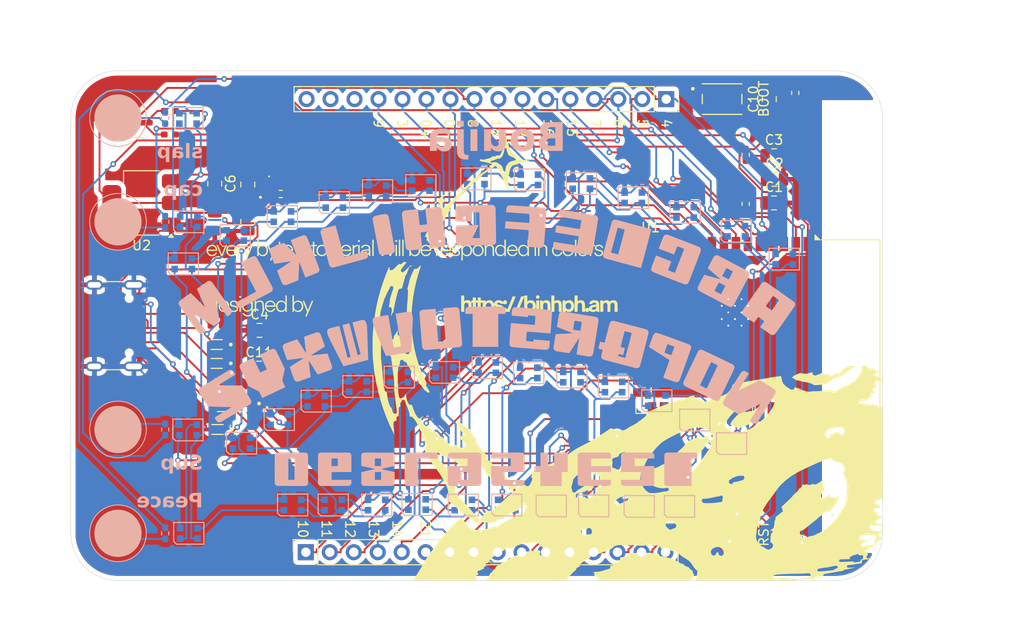
<source format=kicad_pcb>
(kicad_pcb (version 20241229) (generator "pcbnew") (generator_version "9.0")
  (layers (0 "F.Cu" signal) (2 "B.Cu" signal) (13 "F.Paste" user) (15 "B.Paste" user) (5 "F.SilkS" user "F.Silkscreen") (7 "B.SilkS" user "B.Silkscreen") (1 "F.Mask" user) (3 "B.Mask" user) (25 "Edge.Cuts" user))
  (net 0 "")
  (net 1 "/CHIP_EN")
  (net 2 "GND")
  (net 3 "VCC_3V3")
  (net 4 "VCC_5V")
  (net 5 "ESP_3V3")
  (net 6 "/GPIO0")
  (net 7 "D-")
  (net 8 "D+")
  (net 9 "Net-(D5-A)")
  (net 10 "Net-(D6-DIN)")
  (net 11 "Net-(D6-DOUT)")
  (net 12 "Net-(D7-DOUT)")
  (net 13 "Net-(D8-DOUT)")
  (net 14 "Net-(D10-DIN)")
  (net 15 "Net-(D10-DOUT)")
  (net 16 "Net-(D11-DOUT)")
  (net 17 "Net-(D12-DOUT)")
  (net 18 "Net-(D13-DOUT)")
  (net 19 "Net-(D14-DOUT)")
  (net 20 "Net-(D15-DOUT)")
  (net 21 "Net-(D16-DOUT)")
  (net 22 "Net-(D17-DOUT)")
  (net 23 "/NeoPixel/LINE1_OUT")
  (net 24 "Net-(D19-DOUT)")
  (net 25 "Net-(D20-DOUT)")
  (net 26 "Net-(D21-DOUT)")
  (net 27 "Net-(D22-DOUT)")
  (net 28 "Net-(D23-DOUT)")
  (net 29 "Net-(D24-DOUT)")
  (net 30 "Net-(D25-DOUT)")
  (net 31 "Net-(D26-DOUT)")
  (net 32 "Net-(D27-DOUT)")
  (net 33 "Net-(D28-DOUT)")
  (net 34 "Net-(D29-DOUT)")
  (net 35 "Net-(D30-DOUT)")
  (net 36 "/NeoPixel/LINE2_OUT")
  (net 37 "Net-(D32-DOUT)")
  (net 38 "Net-(D33-DOUT)")
  (net 39 "Net-(D34-DOUT)")
  (net 40 "Net-(D35-DOUT)")
  (net 41 "Net-(D36-DOUT)")
  (net 42 "Net-(D37-DOUT)")
  (net 43 "Net-(D38-DOUT)")
  (net 44 "Net-(D39-DOUT)")
  (net 45 "Net-(D40-DOUT)")
  (net 46 "Net-(D41-DOUT)")
  (net 47 "/NeoPixel/LINE3_OUT")
  (net 48 "Net-(D42-DOUT)")
  (net 49 "Net-(D43-DOUT)")
  (net 50 "/NeoPixel/LINE4_OUT")
  (net 51 "Net-(J1-CC2)")
  (net 53 "Net-(J1-CC1)")
  (net 55 "/GPIO4")
  (net 56 "/GPIO12")
  (net 57 "/GPIO7")
  (net 58 "/GPIO9")
  (net 59 "/GPIO1")
  (net 60 "/GPIO14")
  (net 61 "/GPIO8")
  (net 62 "/GPIO2")
  (net 63 "/GPIO6")
  (net 64 "/GPIO3")
  (net 65 "/GPIO16")
  (net 66 "/GPIO11")
  (net 67 "/GPIO13")
  (net 68 "/GPIO10")
  (net 69 "/GPIO15")
  (net 70 "/GPIO5")
  (net 71 "/GPIO21")
  (net 72 "/GPIO48")
  (net 73 "/GPIO18")
  (net 74 "/GPIO17")
  (net 75 "/GPIO37")
  (net 76 "/GPIO36")
  (net 77 "/RX_0")
  (net 78 "/TX_0")
  (net 79 "/GPIO38")
  (net 80 "/GPIO47")
  (net 81 "/GPIO35")
  (net 82 "NEOPIXEL_DATA_IN")
  (net 83 "Net-(U6-input)")
  (net 84 "Net-(U3-input)")
  (net 94 "Net-(D1-PadA)")
  (net 95 "Net-(U5-input)")
  (net 96 "Net-(U4-input)")
  (footprint "LED_SMD:LED_0402_1005Metric_Pad0.77x0.64mm_HandSolder" (layer "F.Cu") (at 122.275 111.19)
    (property "Reference" "D5" (hide yes))
    (property "Value" "LED" (hide yes))
  )
  (footprint "Resistor_SMD:R_0402_1005Metric_Pad0.72x0.64mm_HandSolder" (layer "F.Cu") (at 122.25 113.05)
    (property "Reference" "R5" (hide yes))
    (property "Value" "75" (hide yes))
  )
  (footprint "Resistor_SMD:R_0402_1005Metric_Pad0.72x0.64mm_HandSolder" (layer "F.Cu") (at 110.5 106.75)
    (property "Reference" "R8" (hide yes))
    (property "Value" "470R" (hide yes))
  )
  (footprint "Resistor_SMD:R_0402_1005Metric_Pad0.72x0.64mm_HandSolder" (layer "F.Cu") (at 115.45 127)
    (property "Reference" "R3" (hide yes))
    (property "Value" "5k1" (hide yes))
  )
  (footprint "Capacitor_SMD:C_0805_2012Metric" (layer "F.Cu") (at 118.75 116 -90)
    (property "Reference" "C8" (hide yes))
    (property "Value" "0u1F" (hide yes))
  )
  (footprint "Connector_USB:USB_C_Receptacle_GCT_USB4105-xx-A_16P_TopMnt_Horizontal" (layer "F.Cu") (at 103.575 127 -90)
    (property "Reference" "J1" (hide yes))
    (property "Value" "USB_C_Receptacle_USB2.0_16P" (hide yes))
  )
  (footprint "Resistor_SMD:R_0402_1005Metric_Pad0.72x0.64mm_HandSolder" (layer "F.Cu") (at 171.5 108.9025 -90)
    (property "Reference" "R2" (hide yes))
    (property "Value" "0(1%)" (hide yes))
  )
  (footprint "Capacitor_SMD:C_0805_2012Metric" (layer "F.Cu") (at 119.95 131.5)
    (property "Reference" "C11")
    (property "Value" "1000uF" (hide yes))
  )
  (footprint "Resistor_SMD:R_0402_1005Metric_Pad0.72x0.64mm_HandSolder" (layer "F.Cu") (at 110.5 104.25 180)
    (property "Reference" "R14" (hide yes))
    (property "Value" "10K(1%)" (hide yes))
  )
  (footprint "Capacitor_SMD:C_0805_2012Metric" (layer "F.Cu") (at 115.25 111.95 -90)
    (property "Reference" "C6")
    (property "Value" "10uF" (hide yes))
  )
  (footprint "Connector_PinSocket_2.54mm:PinSocket_1x16_P2.54mm_Vertical" (layer "F.Cu") (at 163.08 103 -90)
    (property "Reference" "J2" (hide yes))
    (property "Value" "Conn_01x16_Pin" (hide yes))
  )
  (footprint "LESD5D5.0CT1G:TVS_LESD5D5.0CT1G" (layer "F.Cu") (at 115.45 131 180)
    (property "Reference" "D4" (hide yes))
    (property "Value" "LESD5D5.0CT1G" (hide yes))
  )
  (footprint "Resistor_SMD:R_0402_1005Metric_Pad0.72x0.64mm_HandSolder" (layer "F.Cu") (at 176.75 102.3475 -90)
    (property "Reference" "R7" (hide yes))
    (property "Value" "10k" (hide yes))
  )
  (footprint "LESD5D5.0CT1G:TVS_LESD5D5.0CT1G" (layer "F.Cu") (at 115.45 129 180)
    (property "Reference" "D3" (hide yes))
    (property "Value" "LESD5D5.0CT1G" (hide yes))
  )
  (footprint "RF_Module:ESP32-S3-WROOM-1" (layer "F.Cu") (at 172.82 127.1 -90)
    (property "Reference" "U1")
    (property "Value" "ESP32-S3-WROOM-1" (hide yes))
  )
  (footprint "Resistor_SMD:R_0402_1005Metric_Pad0.72x0.64mm_HandSolder" (layer "F.Cu") (at 103.6875 105.5 -90)
    (property "Reference" "R13" (hide yes))
    (property "Value" "10K(1%)" (hide yes))
  )
  (footprint "Capacitor_SMD:C_0805_2012Metric" (layer "F.Cu") (at 118.75 112.05 -90)
    (property "Reference" "C5" (hide yes))
    (property "Value" "0u1F" (hide yes))
  )
  (footprint "Connector_PinSocket_2.54mm:PinSocket_1x16_P2.54mm_Vertical" (layer "F.Cu") (at 124.9 151 90)
    (property "Reference" "J3" (hide yes))
    (property "Value" "Conn_01x16_Pin" (hide yes))
  )
  (footprint "Capacitor_SMD:C_0805_2012Metric" (layer "F.Cu") (at 120 127.5)
    (property "Reference" "C4")
    (property "Value" "10uF" (hide yes))
  )
  (footprint "Capacitor_SMD:C_0805_2012Metric" (layer "F.Cu") (at 174.55 111.5)
    (property "Reference" "C2")
    (property "Value" "100uF/25V(20%)" (hide yes))
  )
  (footprint "Package_TO_SOT_SMD:SOT-223-3_TabPin2" (layer "F.Cu") (at 107.5 114 180)
    (property "Reference" "U2")
    (property "Value" "AMS1117-3.3" (hide yes))
  )
  (footprint "Resistor_SMD:R_0402_1005Metric_Pad0.72x0.64mm_HandSolder" (layer "F.Cu") (at 176.75 151.5 90)
    (property "Reference" "R6" (hide yes))
    (property "Value" "10k" (hide yes))
  )
  (footprint "LESD5D5.0CT1G:TVS_LESD5D5.0CT1G" (layer "F.Cu") (at 115.54 138 180)
    (property "Reference" "D2" (hide yes))
    (property "Value" "LESD5D5.0CT1G" (hide yes))
  )
  (footprint "Package_TO_SOT_SMD:SOT-23" (layer "F.Cu") (at 107 105.5)
    (property "Reference" "Q1" (hide yes))
    (property "Value" "BSS138" (hide yes))
  )
  (footprint "Capacitor_SMD:C_0805_2012Metric" (layer "F.Cu") (at 174.5 114)
    (property "Reference" "C1")
    (property "Value" "1uF/16V(10%)" (hide yes))
  )
  (footprint "Resistor_SMD:R_0402_1005Metric_Pad0.72x0.64mm_HandSolder" (layer "F.Cu") (at 115.45 133)
    (property "Reference" "R4" (hide yes))
    (property "Value" "5k1" (hide yes))
  )
  (footprint "Library:FrontSilk" (layer "F.Cu") (at 143 127)
    (property "Reference" "Moon" (hide yes))
    (property "Value" "LOGO" (hide yes))
  )
  (footprint "Capacitor_SMD:C_0805_2012Metric" (layer "F.Cu") (at 174.5 109)
    (property "Reference" "C3")
    (property "Value" "0.1uF/50V(10%)" (hide yes))
  )
  (footprint "Capacitor_SMD:C_0805_2012Metric" (layer "F.Cu") (at 115.25 116 -90)
    (property "Reference" "C7" (hide yes))
    (property "Value" "10uF" (hide yes))
  )
  (footprint "Resistor_SMD:R_0402_1005Metric_Pad0.72x0.64mm_HandSolder" (layer "F.Cu") (at 171.5 114.0975 90)
    (property "Reference" "R1" (hide yes))
    (property "Value" "10K(1%)" (hide yes))
  )
  (footprint "1N5819HW-7-F:SOD3715X145N" (layer "F.Cu") (at 116.95 135.25 180)
    (property "Reference" "D1" (hide yes))
    (property "Value" "1N5819" (hide yes))
  )
  (footprint "Capacitor_SMD:C_0805_2012Metric" (layer "F.Cu") (at 174 151.1125 90)
    (property "Reference" "C9")
    (property "Value" "1uF" (hide yes))
  )
  (footprint "PTS810_SJM_250_SMTR_LFS:SW_PTS810_SJM_250_SMTR_LFS" (layer "F.Cu") (at 168.925 150.925)
    (property "Reference" "SW1" (hide yes))
    (property "Value" "PTS810_SJM_250_SMTR_LFS" (hide yes))
  )
  (footprint "PTS810_SJM_250_SMTR_LFS:SW_PTS810_SJM_250_SMTR_LFS" (layer "F.Cu") (at 169 103)
    (property "Reference" "SW2" (hide yes))
    (property "Value" "PTS810_SJM_250_SMTR_LFS" (hide yes))
  )
  (footprint "Capacitor_SMD:C_0805_2012Metric" (layer "F.Cu") (at 174 103 90)
    (property "Reference" "C10")
    (property "Value" "1uF" (hide yes))
  )
  (footprint "LED_SMD:LED_WS2812B-2020_PLCC4_2.0x2.0mm" (layer "B.Cu") (at 132.5 112.7)
    (property "Reference" "D14" (hide yes))
    (property "Value" "WS2812B-2020" (hide yes))
  )
  (footprint "LED_SMD:LED_WS2812B-2020_PLCC4_2.0x2.0mm" (layer "B.Cu") (at 144.115 131.45)
    (property "Reference" "D25" (hide yes))
    (property "Value" "WS2812B-2020" (hide yes))
  )
  (footprint "LED_SMD:LED_WS2812B-2020_PLCC4_2.0x2.0mm" (layer "B.Cu") (at 122.085 136.95)
    (property "Reference" "D30" (hide yes))
    (property "Value" "WS2812B-2020" (hide yes))
  )
  (footprint "LED_SMD:LED_WS2812B-2020_PLCC4_2.0x2.0mm" (layer "B.Cu") (at 132.4 146)
    (property "Reference" "D39" (hide yes))
    (property "Value" "WS2812B-2020" (hide yes))
  )
  (footprint "LED_SMD:LED_WS2812B-2020_PLCC4_2.0x2.0mm" (layer "B.Cu") (at 136.685 145.95)
    (property "Reference" "D38" (hide yes))
    (property "Value" "WS2812B-2020" (hide yes))
  )
  (footprint "Library:TouchPad" (layer "B.Cu") (at 105 149 180)
    (property "Reference" "U4" (hide yes))
    (property "Value" "~" (hide yes))
  )
  (footprint "LED_SMD:LED_WS2812B-2020_PLCC4_2.0x2.0mm" (layer "B.Cu") (at 155.4 146.1)
    (property "Reference" "D34" (hide yes))
    (property "Value" "WS2812B-2020" (hide yes))
  )
  (footprint "LED_SMD:LED_WS2812B-2020_PLCC4_2.0x2.0mm" (layer "B.Cu") (at 142.915 111.45)
    (property "Reference" "D12" (hide yes))
    (property "Value" "WS2812B-2020" (hide yes))
  )
  (footprint "LED_SMD:LED_WS2812B-2020_PLCC4_2.0x2.0mm" (layer "B.Cu") (at 137.085 112.15)
    (property "Reference" "D13" (hide yes))
    (property "Value" "WS2812B-2020" (hide yes))
  )
  (footprint "LED_SMD:LED_WS2812B-2020_PLCC4_2.0x2.0mm" (layer "B.Cu") (at 130.415 133.45)
    (property "Reference" "D28" (hide yes))
    (property "Value" "WS2812B-2020" (hide yes))
  )
  (footprint "LED_SMD:LED_WS2812B-2020_PLCC4_2.0x2.0mm" (layer "B.Cu") (at 112.415 105.05)
    (property "Reference" "D44" (hide yes))
    (property "Value" "WS2812B-2020" (hide yes))
  )
  (footprint "LED_SMD:LED_WS2812B-2020_PLCC4_2.0x2.0mm" (layer "B.Cu") (at 146.185 146)
    (property "Reference" "D36" (hide yes))
    (property "Value" "WS2812B-2020" (hide yes))
  )
  (footprint "LED_SMD:LED_WS2812B-2020_PLCC4_2.0x2.0mm" (layer "B.Cu") (at 127.915 113.95)
    (property "Reference" "D15" (hide yes))
    (property "Value" "WS2812B-2020" (hide yes))
  )
  (footprint "LED_SMD:LED_WS2812B-2020_PLCC4_2.0x2.0mm" (layer "B.Cu") (at 139.585 131.95)
    (property "Reference" "D26" (hide yes))
    (property "Value" "WS2812B-2020" (hide yes))
  )
  (footprint "LED_SMD:LED_WS2812B-2020_PLCC4_2.0x2.0mm" (layer "B.Cu") (at 154.085 111.95)
    (property "Reference" "D10" (hide yes))
    (property "Value" "WS2812B-2020" (hide yes))
  )
  (footprint "LED_SMD:LED_WS2812B-2020_PLCC4_2.0x2.0mm" (layer "B.Cu") (at 164.485 146.15)
    (property "Reference" "D32" (hide yes))
    (property "Value" "WS2812B-2020" (hide yes))
  )
  (footprint "LED_SMD:LED_WS2812B-2020_PLCC4_2.0x2.0mm" (layer "B.Cu") (at 159.585 113.45)
    (property "Reference" "D9" (hide yes))
    (property "Value" "WS2812B-2020" (hide yes))
  )
  (footprint "LED_SMD:LED_WS2812B-2020_PLCC4_2.0x2.0mm" (layer "B.Cu") (at 175.585 119.95)
    (property "Reference" "D6" (hide yes))
    (property "Value" "WS2812B-2020" (hide yes))
  )
  (footprint "LED_SMD:LED_WS2812B-2020_PLCC4_2.0x2.0mm" (layer "B.Cu") (at 166.1 137)
    (property "Reference" "D20" (hide yes))
    (property "Value" "WS2812B-2020" (hide yes))
  )
  (footprint "Library:Ouija" (layer "B.Cu") (at 144 126.878556 180)
    (property "Reference" "Ouija" (hide yes))
    (property "Value" "LOGO" (hide yes))
  )
  (footprint "LED_SMD:LED_WS2812B-2020_PLCC4_2.0x2.0mm" (layer "B.Cu") (at 150.9 146.1)
    (property "Reference" "D35" (hide yes))
    (property "Value" "WS2812B-2020" (hide yes))
  )
  (footprint "LED_SMD:LED_WS2812B-2020_PLCC4_2.0x2.0mm" (layer "B.Cu") (at 165.085 115)
    (property "Reference" "D8" (hide yes))
    (property "Value" "WS2812B-2020" (hide yes))
  )
  (footprint "LED_SMD:LED_WS2812B-2020_PLCC4_2.0x2.0mm" (layer "B.Cu") (at 170.5 117)
    (property "Reference" "D7" (hide yes))
    (property "Value" "WS2812B-2020" (hide yes))
  )
  (footprint "LED_SMD:LED_WS2812B-2020_PLCC4_2.0x2.0mm" (layer "B.Cu") (at 118.085 139.45)
    (property "Reference" "D31" (hide yes))
    (property "Value" "WS2812B-2020" (hide yes))
  )
  (footprint "Resistor_SMD:R_0402_1005Metric_Pad0.72x0.64mm_HandSolder" (layer "B.Cu") (at 110 138 90)
    (property "Reference" "R12" (hide yes))
    (property "Value" "510R(1%)" (hide yes))
  )
  (footprint "LED_SMD:LED_WS2812B-2020_PLCC4_2.0x2.0mm" (layer "B.Cu") (at 126 135)
    (property "Reference" "D29" (hide yes))
    (property "Value" "WS2812B-2020" (hide yes))
  )
  (footprint "Library:TouchPad" (layer "B.Cu") (at 105 116 180)
    (property "Reference" "U5" (hide yes))
    (property "Value" "~" (hide yes))
  )
  (footprint "LED_SMD:LED_WS2812B-2020_PLCC4_2.0x2.0mm" (layer "B.Cu") (at 117.415 117.45)
    (property "Reference" "D17" (hide yes))
    (property "Value" "WS2812B-2020" (hide yes))
  )
  (footprint "Resistor_SMD:R_0402_1005Metric_Pad0.72x0.64mm_HandSolder" (layer "B.Cu") (at 110 116 -90)
    (property "Reference" "R10" (hide yes))
    (property "Value" "510R(1%)" (hide yes))
  )
  (footprint "Resistor_SMD:R_0402_1005Metric_Pad0.72x0.64mm_HandSolder" (layer "B.Cu") (at 110 105 -90)
    (property "Reference" "R9" (hide yes))
    (property "Value" "510R(1%)" (hide yes))
  )
  (footprint "LED_SMD:LED_WS2812B-2020_PLCC4_2.0x2.0mm" (layer "B.Cu") (at 112.5 116)
    (property "Reference" "D43" (hide yes))
    (property "Value" "WS2812B-2020" (hide yes))
  )
  (footprint "LED_SMD:LED_WS2812B-2020_PLCC4_2.0x2.0mm" (layer "B.Cu") (at 123.5 146)
    (property "Reference" "D46" (hide yes))
    (property "Value" "WS2812B-2020" (hide yes))
  )
  (footprint "LED_SMD:LED_WS2812B-2020_PLCC4_2.0x2.0mm" (layer "B.Cu") (at 111.915 120.45)
    (property "Reference" "D18" (hide yes))
    (property "Value" "WS2812B-2020" (hide yes))
  )
  (footprint "LED_SMD:LED_WS2812B-2020_PLCC4_2.0x2.0mm" (layer "B.Cu") (at 170 139.5)
    (property "Reference" "D19" (hide yes))
    (property "Value" "WS2812B-2020" (hide yes))
  )
  (footprint "LED_SMD:LED_WS2812B-2020_PLCC4_2.0x2.0mm" (layer "B.Cu") (at 134.8 132.45)
    (property "Reference" "D27" (hide yes))
    (property "Value" "WS2812B-2020" (hide yes))
  )
  (footprint "LED_SMD:LED_WS2812B-2020_PLCC4_2.0x2.0mm" (layer "B.Cu") (at 141.585 146)
    (property "Reference" "D37" (hide yes))
    (property "Value" "WS2812B-2020" (hide yes))
  )
  (footprint "Library:TouchPad" (layer "B.Cu") (at 105 105 180)
    (property "Reference" "U6" (hide yes))
    (property "Value" "~" (hide yes))
  )
  (footprint "Library:TouchPad" (layer "B.Cu") (at 105 138 180)
    (property "Reference" "U3" (hide yes))
    (property "Value" "~" (hide yes))
  )
  (footprint "LED_SMD:LED_WS2812B-2020_PLCC4_2.0x2.0mm" (layer "B.Cu") (at 148.515 132)
    (property "Reference" "D24" (hide yes))
    (property "Value" "WS2812B-2020" (hide yes))
  )
  (footprint "LED_SMD:LED_WS2812B-2020_PLCC4_2.0x2.0mm" (layer "B.Cu") (at 112.415 138.05)
    (property "Reference" "D42" (hide yes))
    (property "Value" "WS2812B-2020" (hide yes))
  )
  (footprint "LED_SMD:LED_WS2812B-2020_PLCC4_2.0x2.0mm" (layer "B.Cu") (at 160.215 146.15)
    (property "Reference" "D33" (hide yes))
    (property "Value" "WS2812B-2020" (hide yes))
  )
  (footprint "LED_SMD:LED_WS2812B-2020_PLCC4_2.0x2.0mm" (layer "B.Cu") (at 157.5 133.5)
    (property "Reference" "D22" (hide yes))
    (property "Value" "WS2812B-2020" (hide yes))
  )
  (footprint "LED_SMD:LED_WS2812B-2020_PLCC4_2.0x2.0mm" (layer "B.Cu") (at 127.8 146)
    (property "Reference" "D40" (hide yes))
    (property "Value" "WS2812B-2020" (hide yes))
  )
  (footprint "LED_SMD:LED_WS2812B-2020_PLCC4_2.0x2.0mm" (layer "B.Cu") (at 153.085 132.45)
    (property "Reference" "D23" (hide yes))
    (property "Value" "WS2812B-2020" (hide yes))
  )
  (footprint "LED_SMD:LED_WS2812B-2020_PLCC4_2.0x2.0mm" (layer "B.Cu") (at 162.085 134.95)
    (property "Reference" "D21" (hide yes))
    (property "Value" "WS2812B-2020" (hide yes))
  )
  (footprint "Resistor_SMD:R_0402_1005Metric_Pad0.72x0.64mm_HandSolder" (layer "B.Cu") (at 110 149 -90)
    (property "Reference" "R11" (hide yes))
    (property "Value" "510R(1%)" (hide yes))
  )
  (footprint "LED_SMD:LED_WS2812B-2020_PLCC4_2.0x2.0mm" (layer "B.Cu") (at 112.5 149)
    (property "Reference" "D41" (hide yes))
    (property "Value" "WS2812B-2020" (hide yes))
  )
  (footprint "LED_SMD:LED_WS2812B-2020_PLCC4_2.0x2.0mm" (layer "B.Cu") (at 122.415 115.45)
    (property "Reference" "D16" (hide yes))
    (property "Value" "WS2812B-2020" (hide yes))
  )
  (footprint "LED_SMD:LED_WS2812B-2020_PLCC4_2.0x2.0mm" (layer "B.Cu") (at 148.585 111.55)
    (property "Reference" "D11" (hide yes))
    (property "Value" "WS2812B-2020" (hide yes))
  )
  (gr_line (start 181 154) (end 105 154) (stroke (width 0.05)) (layer "Edge.Cuts"))
  (gr_line (start 181 100) (end 105 100) (stroke (width 0.05)) (layer "Edge.Cuts"))
  (gr_line (start 100 105) (end 100 149) (stroke (width 0.05)) (layer "Edge.Cuts"))
  (gr_arc (start 186 149) (mid 184.535534 152.535534) (end 181 154) (stroke (width 0.05)) (layer "Edge.Cuts"))
  (gr_line (start 186 149) (end 186 105) (stroke (width 0.05)) (layer "Edge.Cuts"))
  (gr_arc (start 100 105) (mid 101.464466 101.464466) (end 105 100) (stroke (width 0.05)) (layer "Edge.Cuts"))
  (gr_arc (start 181 100) (mid 184.535534 101.464466) (end 186 105) (stroke (width 0.05)) (layer "Edge.Cuts"))
  (gr_arc (start 105 154) (mid 101.464466 152.535534) (end 100 149) (stroke (width 0.05)) (layer "Edge.Cuts"))
  (gr_text "12" (at 129 147.5 270) (layer "F.SilkS") (effects (font (size 1 1)) (justify left bottom)))
  (gr_text "13" (at 131.5 147.5 270) (layer "F.SilkS") (effects (font (size 1 1)) (justify left bottom)))
  (gr_text "6" (at 157.5 105 270) (layer "F.SilkS") (effects (font (size 1 1)) (justify left bottom)))
  (gr_text "RST" (at 174 150.5 90) (layer "F.SilkS") (effects (font (size 1 1)) (justify left bottom)))
  (gr_text "15" (at 152.5 105 270) (layer "F.SilkS") (effects (font (size 1 1)) (justify left bottom)))
  (gr_text "D+" (at 137 105 270) (layer "F.SilkS") (effects (font (size 1 1)) (justify left bottom)))
  (gr_text "5" (at 160 105 270) (layer "F.SilkS") (effects (font (size 1 1)) (justify left bottom)))
  (gr_text "11" (at 126.5 147.5 270) (layer "F.SilkS") (effects (font (size 1 1)) (justify left bottom)))
  (gr_text "4" (at 162.5 105 270) (layer "F.SilkS") (effects (font (size 1 1)) (justify left bottom)))
  (gr_text "18" (at 144.5 105 270) (layer "F.SilkS") (effects (font (size 1 1)) (justify left bottom)))
  (gr_text "21" (at 137 147.5 270) (layer "F.SilkS") (effects (font (size 1 1)) (justify left bottom)))
  (gr_text "17" (at 147 105 270) (layer "F.SilkS") (effects (font (size 1 1)) (justify left bottom)))
  (gr_text "16" (at 150 105 270) (layer "F.SilkS") (effects (font (size 1 1)) (justify left bottom)))
  (gr_text "9" (at 132 105 270) (layer "F.SilkS") (effects (font (size 1 1)) (justify left bottom)))
  (gr_text "7" (at 155 105 270) (layer "F.SilkS") (effects (font (size 1 1)) (justify left bottom)))
  (gr_text "D-" (at 139.5 105 270) (layer "F.SilkS") (effects (font (size 1 1)) (justify left bottom)))
  (gr_text "3" (at 134.5 105 270) (layer "F.SilkS") (effects (font (size 1 1)) (justify left bottom)))
  (gr_text "8" (at 142 105 270) (layer "F.SilkS") (effects (font (size 1 1)) (justify left bottom)))
  (gr_text "10" (at 124 147.5 270) (layer "F.SilkS") (effects (font (size 1 1)) (justify left bottom)))
  (gr_text "14" (at 134 147.5 270) (layer "F.SilkS") (effects (font (size 1 1)) (justify left bottom)))
  (gr_text "BOOT" (at 174 105 90) (layer "F.SilkS") (effects (font (size 1 1)) (justify left bottom)))
  (gr_text "Bouija" (at 152.5 109 0) (layer "B.SilkS") (effects (font (size 3 3) (thickness 0.3) (bold yes)) (justify left bottom mirror)))
  (gr_text "slap" (at 114 109.5 0) (layer "B.SilkS") (effects (font (size 1.5 1.5) (thickness 0.3) (bold yes)) (justify left bottom mirror)))
  (gr_text "cap" (at 114 113.5 0) (layer "B.SilkS") (effects (font (size 1.5 1.5) (thickness 0.3) (bold yes)) (justify left bottom mirror)))
  (gr_text "Sup" (at 114 142.5 0) (layer "B.SilkS") (effects (font (size 1.5 1.5) (thickness 0.3) (bold yes)) (justify left bottom mirror)))
  (gr_text "Peace" (at 114 146.5 0) (layer "B.SilkS") (effects (font (size 1.5 1.5) (thickness 0.3) (bold yes)) (justify left bottom mirror)))
  (segment (start 170.8624 115.1476) (end 170.8624 114.1376) (width 0.2) (layer "F.Cu") (net 1))
  (segment (start 175.54 118.35) (end 175.54 118.7067) (width 0.2) (layer "F.Cu") (net 1))
  (segment (start 171 152) (end 172.4688 152) (width 0.2) (layer "F.Cu") (net 1))
  (segment (start 173.05 113.5) (end 171.5 113.5) (width 0.2) (layer "F.Cu") (net 1))
  (segment (start 172.8157 146.9682) (end 176.75 150.9025) (width 0.2) (layer "F.Cu") (net 1))
  (segment (start 171.206 115.4912) (end 170.8624 115.1476) (width 0.2) (layer "F.Cu") (net 1))
  (segment (start 175.54 117.2983) (end 173.7329 115.4912) (width 0.2) (layer "F.Cu") (net 1))
  (segment (start 173.9375 152) (end 174 152.0625) (width 0.2) (layer "F.Cu") (net 1))
  (segment (start 175.54 118.35) (end 175.54 117.2983) (width 0.2) (layer "F.Cu") (net 1))
  (segment (start 172.4688 152) (end 173.9375 152) (width 0.2) (layer "F.Cu") (net 1))
  (segment (start 170.5677 146.9682) (end 172.8157 146.9682) (width 0.2) (layer "F.Cu") (net 1))
  (segment (start 173.7329 115.4912) (end 171.206 115.4912) (width 0.2) (layer "F.Cu") (net 1))
  (segment (start 175.9571 150.9025) (end 176.75 150.9025) (width 0.2) (layer "F.Cu") (net 1))
  (segment (start 174.8596 152) (end 175.9571 150.9025) (width 0.2) (layer "F.Cu") (net 1))
  (segment (start 175.54 118.7067) (end 172.9798 121.2669) (width 0.2) (layer "F.Cu") (net 1))
  (segment (start 170.8624 114.1376) (end 171.5 113.5) (width 0.2) (layer "F.Cu") (net 1))
  (segment (start 172.9798 121.2669) (end 172.2298 121.2669) (width 0.2) (layer "F.Cu") (net 1))
  (segment (start 172.4688 152) (end 174.8596 152) (width 0.2) (layer "F.Cu") (net 1))
  (segment (start 173.55 114) (end 173.05 113.5) (width 0.2) (layer "F.Cu") (net 1))
  (via (at 170.5677 146.9682) (size 0.6) (drill 0.3) (layers "F.Cu" "B.Cu") (net 1))
  (via (at 172.2298 121.2669) (size 0.6) (drill 0.3) (layers "F.Cu" "B.Cu") (net 1))
  (segment (start 172.3617 145.1742) (end 170.5677 146.9682) (width 0.2) (layer "B.Cu") (net 1))
  (segment (start 172.3617 121.3988) (end 172.3617 145.1742) (width 0.2) (layer "B.Cu") (net 1))
  (segment (start 172.2298 121.2669) (end 172.3617 121.3988) (width 0.2) (layer "B.Cu") (net 1))
  (segment (start 178.08 134.02) (end 171.06 127) (width 0.2) (layer "F.Cu") (net 2))
  (segment (start 178.0848 117.2935) (end 178.0848 116.2958) (width 0.2) (layer "F.Cu") (net 2))
  (segment (start 174 102.05) (end 174.9612 101.0888) (width 0.2) (layer "F.Cu") (net 2))
  (segment (start 116.4761 132.5714) (end 116.4778 132.5714) (width 0.2) (layer "F.Cu") (net 2))
  (segment (start 112.1517 112.7358) (end 115.0858 112.7358) (width 0.2) (layer "F.Cu") (net 2))
  (segment (start 107.255 123.2208) (end 107.255 123.8) (width 0.2) (layer "F.Cu") (net 2))
  (segment (start 119.9925 113.3049) (end 120.0918 113.4042) (width 0.2) (layer "F.Cu") (net 2))
  (segment (start 166.85 149.85) (end 169.7953 149.85) (width 0.2) (layer "F.Cu") (net 2))
  (segment (start 116.4863 132.5629) (end 116.4863 132.5612) (width 0.2) (layer "F.Cu") (net 2))
  (segment (start 117.5475 131.5) (end 119 131.5) (width 0.2) (layer "F.Cu") (net 2))
  (segment (start 175.789 114) (end 175.45 114) (width 0.2) (layer "F.Cu") (net 2))
  (segment (start 171.06 124.2) (end 175.8583 119.4017) (width 0.2) (layer "F.Cu") (net 2))
  (segment (start 116.4795 132.5697) (end 116.4795 132.568) (width 0.2) (layer "F.Cu") (net 2))
  (segment (start 175.475 111.5) (end 175.475 113.975) (width 0.2) (layer "F.Cu") (net 2))
  (segment (start 175.8583 119.4017) (end 178.08 119.4017) (width 0.2) (layer "F.Cu") (net 2))
  (segment (start 116.4812 132.568) (end 116.4812 132.5663) (width 0.2) (layer "F.Cu") (net 2))
  (segment (start 177.1199 101.0888) (end 177.8831 101.852) (width 0.2) (layer "F.Cu") (net 2))
  (segment (start 116.4846 132.5646) (end 116.4846 132.5629) (width 0.2) (layer "F.Cu") (net 2))
  (segment (start 116.4829 132.5646) (end 116.4846 132.5646) (width 0.2) (layer "F.Cu") (net 2))
  (segment (start 115.25 112.9) (end 118.4106 112.9) (width 0.2) (layer "F.Cu") (net 2))
  (segment (start 116.0475 127) (end 116.0475 126.964) (width 0.2) (layer "F.Cu") (net 2))
  (segment (start 120.0918 113.4042) (end 119.9925 113.3049) (width 0.2) (layer "F.Cu") (net 2))
  (segment (start 118.75 116.95) (end 115.25 116.95) (width 0.2) (layer "F.Cu") (net 2))
  (segment (start 116.4608 132.5867) (end 116.4625 132.5867) (width 0.2) (layer "F.Cu") (net 2))
  (segment (start 117.55 129) (end 116.11 129) (width 0.2) (layer "F.Cu") (net 2))
  (segment (start 108.0317 131.32) (end 108.0317 130.9767) (width 0.2) (layer "F.Cu") (net 2))
  (segment (start 171.06 124.2) (end 169.66 124.2) (width 0.2) (layer "F.Cu") (net 2))
  (segment (start 116.4676 132.5799) (end 116.4693 132.5799) (width 0.2) (layer "F.Cu") (net 2))
  (segment (start 118.65 112.9) (end 118.75 113) (width 0.2) (layer "F.Cu") (net 2))
  (segment (start 106.7385 131.32) (end 108.0317 131.32) (width 0.2) (layer "F.Cu") (net 2))
  (segment (start 118.4106 112.9) (end 119.9925 112.9) (width 0.2) (layer "F.Cu") (net 2))
  (segment (start 175.45 109) (end 175.45 111.475) (width 0.2) (layer "F.Cu") (net 2))
  (segment (start 178.08 135.85) (end 178.08 134.02) (width 0.2) (layer "F.Cu") (net 2))
  (segment (start 116.471 132.5765) (end 116.4727 132.5765) (width 0.2) (layer "F.Cu") (net 2))
  (segment (start 109.4317 116.95) (end 103.7017 122.68) (width 0.2) (layer "F.Cu") (net 2))
  (segment (start 111.3 116.95) (end 110.65 116.3) (width 0.2) (layer "F.Cu") (net 2))
  (segment (start 111.7635 122.68) (end 107.7958 122.68) (width 0.2) (layer "F.Cu") (net 2))
  (segment (start 116.4659 132.5833) (end 116.4659 132.5816) (width 0.2) (layer "F.Cu") (net 2))
  (segment (start 116.4727 132.5748) (end 116.4744 132.5748) (width 0.2) (layer "F.Cu") (net 2))
  (segment (start 175.475 111.5) (end 175.5 111.5) (width 0.2) (layer "F.Cu") (net 2))
  (segment (start 116.4914 132.5561) (end 116.4931 132.5561) (width 0.2) (layer "F.Cu") (net 2))
  (segment (start 116.4625 132.585) (end 116.4642 132.585) (width 0.2) (layer "F.Cu") (net 2))
  (segment (start 116.4778 132.5714) (end 116.4778 132.5697) (width 0.2) (layer "F.Cu") (net 2))
  (segment (start 116.8279 132.2196) (end 117.5475 131.5) (width 0.2) (layer "F.Cu") (net 2))
  (segment (start 118.55 127) (end 116.0475 127) (width 0.2) (layer "F.Cu") (net 2))
  (segment (start 171.075 101.925) (end 173.875 101.925) (width 0.2) (layer "F.Cu") (net 2))
  (segment (start 169.66 125.6) (end 170.36 125.6) (width 0.2) (layer "F.Cu") (net 2))
  (segment (start 114.3383 138) (end 114.3383 137.6266) (width 0.2) (layer "F.Cu") (net 2))
  (segment (start 116.11 131.5017) (end 116.8279 132.2196) (width 0.2) (layer "F.Cu") (net 2))
  (segment (start 171.76 126.3) (end 170.36 126.3) (width 0.2) (layer "F.Cu") (net 2))
  (segment (start 111.9234 116.95) (end 111.3 116.95) (width 0.2) (layer "F.Cu") (net 2))
  (segment (start 116.4693 132.5782) (end 116.471 132.5782) (width 0.2) (layer "F.Cu") (net 2))
  (segment (start 115.25 116.95) (end 111.9234 116.95) (width 0.2) (layer "F.Cu") (net 2))
  (segment (start 173.875 101.925) (end 174 102.05) (width 0.2) (layer "F.Cu") (net 2))
  (segment (start 116.4744 132.5731) (end 116.4761 132.5731) (width 0.2) (layer "F.Cu") (net 2))
  (segment (start 169.7953 149.85) (end 171 149.85) (width 0.2) (layer "F.Cu") (net 2))
  (segment (start 178.0848 116.2958) (end 175.789 114) (width 0.2) (layer "F.Cu") (net 2))
  (segment (start 116.488 132.5595) (end 116.4897 132.5595) (width 0.2) (layer "F.Cu") (net 2))
  (segment (start 118.4106 112.9) (end 118.65 112.9) (width 0.2) (layer "F.Cu") (net 2))
  (segment (start 111.9234 116.95) (end 109.4317 116.95) (width 0.2) (layer "F.Cu") (net 2))
  (segment (start 177.8831 106.5669) (end 175.45 109) (width 0.2) (layer "F.Cu") (net 2))
  (segment (start 116.4897 132.5595) (end 116.4897 132.5578) (width 0.2) (layer "F.Cu") (net 2))
  (segment (start 116.4863 132.5612) (end 116.488 132.5612) (width 0.2) (layer "F.Cu") (net 2))
  (segment (start 116.4914 132.5578) (end 116.4914 132.5561) (width 0.2) (layer "F.Cu") (net 2))
  (segment (start 178.08 118.35) (end 178.08 119.4017) (width 0.2) (layer "F.Cu") (net 2))
  (segment (start 119.05 127.5) (end 118.55 127) (width 0.2) (layer "F.Cu") (net 2))
  (segment (start 116.0475 133) (end 116.4608 132.5867) (width 0.2) (layer "F.Cu") (net 2))
  (segment (start 116.4744 132.5748) (end 116.4744 132.5731) (width 0.2) (layer "F.Cu") (net 2))
  (segment (start 116.4829 132.5663) (end 116.4829 132.5646) (width 0.2) (layer "F.Cu") (net 2))
  (segment (start 119.9925 112.9) (end 119.9925 113.3049) (width 0.2) (layer "F.Cu") (net 2))
  (segment (start 116.4846 132.5629) (end 116.4863 132.5629) (width 0.2) (layer "F.Cu") (net 2))
  (segment (start 119.9925 113.3049) (end 120.0918 113.4042) (width 0.2) (layer "F.Cu") (net 2))
  (segment (start 107.7958 122.68) (end 107.255 123.2208) (width 0.2) (layer "F.Cu") (net 2))
  (segment (start 174.9612 101.0888) (end 177.1199 101.0888) (width 0.2) (layer "F.Cu") (net 2))
  (segment (start 116.4761 132.5731) (end 116.4761 132.5714) (width 0.2) (layer "F.Cu") (net 2))
  (segment (start 116.4795 132.568) (end 116.4812 132.568) (width 0.2) (layer "F.Cu") (net 2))
  (segment (start 116.11 129) (end 116.11 131) (width 0.2) (layer "F.Cu") (net 2))
  (segment (start 102.5 122.68) (end 103.7017 122.68) (width 0.2) (layer "F.Cu") (net 2))
  (segment (start 119.9925 112.9) (end 121.7025 111.19) (width 0.2) (layer "F.Cu") (net 2))
  (segment (start 106.7385 131.32) (end 102.5 131.32) (width 0.2) (layer "F.Cu") (net 2))
  (segment (start 116.488 132.5612) (end 116.488 132.5595) (width 0.2) (layer "F.Cu") (net 2))
  (segment (start 177.8831 101.852) (end 177.8831 106.5669) (width 0.2) (layer "F.Cu") (net 2))
  (segment (start 166.925 101.925) (end 171.075 101.925) (width 0.2) (layer "F.Cu") (net 2))
  (segment (start 116.4897 132.5578) (end 116.4914 132.5578) (width 0.2) (layer "F.Cu") (net 2))
  (segment (start 116.4693 132.5799) (end 116.4693 132.5782) (width 0.2) (layer "F.Cu") (net 2))
  (segment (start 171 149.85) (end 173.6875 149.85) (width 0.2) (layer "F.Cu") (net 2))
  (segment (start 175.45 111.475) (end 175.475 111.5) (width 0.2) (layer "F.Cu") (net 2))
  (segment (start 173.6875 149.85) (end 174 150.1625) (width 0.2) (layer "F.Cu") (net 2))
  (segment (start 116.4625 132.5867) (end 116.4625 132.585) (width 0.2) (layer "F.Cu") (net 2))
  (segment (start 114.88 138) (end 114.3383 138) (width 0.2) (layer "F.Cu") (net 2))
  (segment (start 116.0475 126.964) (end 111.7635 122.68) (width 0.2) (layer "F.Cu") (net 2))
  (segment (start 116.11 131) (end 116.11 131.5017) (width 0.2) (layer "F.Cu") (net 2))
  (segment (start 168.96 126.3) (end 170.36 126.3) (width 0.2) (layer "F.Cu") (net 2))
  (segment (start 116.4642 132.585) (end 116.4642 132.5833) (width 0.2) (layer "F.Cu") (net 2))
  (segment (start 115.0858 112.7358) (end 115.25 112.9) (width 0.2) (layer "F.Cu") (net 2))
  (segment (start 108.0317 130.9767) (end 107.255 130.2) (width 0.2) (layer "F.Cu") (net 2))
  (segment (start 116.4659 132.5816) (end 116.4676 132.5816) (width 0.2) (layer "F.Cu") (net 2))
  (segment (start 175.475 113.975) (end 175.45 114) (width 0.2) (layer "F.Cu") (net 2))
  (segment (start 178.08 117.2983) (end 178.0848 117.2935) (width 0.2) (layer "F.Cu") (net 2))
  (segment (start 116.471 132.5782) (end 116.471 132.5765) (width 0.2) (layer "F.Cu") (net 2))
  (segment (start 116.4914 132.5561) (end 116.8279 132.2196) (width 0.2) (layer "F.Cu") (net 2))
  (segment (start 116.4676 132.5816) (end 116.4676 132.5799) (width 0.2) (layer "F.Cu") (net 2))
  (segment (start 116.4812 132.5663) (end 116.4829 132.5663) (width 0.2) (layer "F.Cu") (net 2))
  (segment (start 178.08 118.35) (end 178.08 117.2983) (width 0.2) (layer "F.Cu") (net 2))
  (segment (start 116.4642 132.5833) (end 116.4659 132.5833) (width 0.2) (layer "F.Cu") (net 2))
  (segment (start 106.68 131.32) (end 106.7385 131.32) (width 0.2) (layer "F.Cu") (net 2))
  (segment (start 114.3383 137.6266) (end 108.0317 131.32) (width 0.2) (layer "F.Cu") (net 2))
  (segment (start 171.06 125.6) (end 170.36 125.6) (width 0.2) (layer "F.Cu") (net 2))
  (segment (start 119.05 127.5) (end 117.55 129) (width 0.2) (layer "F.Cu") (net 2))
  (segment (start 116.4778 132.5697) (end 116.4795 132.5697) (width 0.2) (layer "F.Cu") (net 2))
  (segment (start 116.4931 132.5561) (end 117.0351 132.0141) (width 0.2) (layer "F.Cu") (net 2))
  (segment (start 106.68 122.68) (end 107.7958 122.68) (width 0.2) (layer "F.Cu") (net 2))
  (segment (start 116.4727 132.5765) (end 116.4727 132.5748) (width 0.2) (layer "F.Cu") (net 2))
  (via (at 169.7953 149.85) (size 0.6) (drill 0.3) (layers "F.Cu" "B.Cu") (net 2))
  (via (at 117.0351 132.0141) (size 0.6) (drill 0.3) (layers "F.Cu" "B.Cu") (net 2))
  (via (at 120.0918 113.4042) (size 0.6) (drill 0.3) (layers "F.Cu" "B.Cu") (net 2))
  (via (at 112.1517 112.7358) (size 0.6) (drill 0.3) (layers "F.Cu" "B.Cu") (net 2))
  (segment (start 142.7756 110.9) (end 142.7756 110.7761) (width 0.2) (layer "B.Cu") (net 2))
  (segment (start 116.8259 116.9) (end 117.1517 116.9) (width 0.2) (layer "B.Cu") (net 2))
  (segment (start 169.7953 139.5301) (end 169.2152 138.95) (width 0.2) (layer "B.Cu") (net 2))
  (segment (start 149.3333 145.55) (end 148.5816 144.7983) (width 0.2) (layer "B.Cu") (net 2))
  (segment (start 111.1742 135.539) (end 106.9552 131.32) (width 0.2) (layer "B.Cu") (net 2))
  (segment (start 169.36 116.45) (end 169.585 116.45) (width 0.2) (layer "B.Cu") (net 2))
  (segment (start 136.17 111.6) (end 135.5183 111.6) (width 0.2) (layer "B.Cu") (net 2))
  (segment (start 112.1517 112.7358) (end 112.1517 114.7983) (width 0.2) (layer "B.Cu") (net 2))
  (segment (start 119.9925 113.3049) (end 120.0918 113.4042) (width 0.2) (layer "B.Cu") (net 2))
  (segment (start 138.0183 131.4) (end 137.7711 131.1528) (width 0.2) (layer "B.Cu") (net 2))
  (segment (start 121.17 136.4) (end 121.4959 136.4) (width 0.2) (layer "B.Cu") (net 2))
  (segment (start 164.8217 114.45) (end 165.4734 113.7983) (width 0.2) (layer "B.Cu") (net 2))
  (segment (start 102.5 131.32) (end 103.7017 131.32) (width 0.2) (layer "B.Cu") (net 2))
  (segment (start 122.585 145.45) (end 122.585 144.7983) (width 0.2) (layer "B.Cu") (net 2))
  (segment (start 155.9333 132.7056) (end 154.0743 130.8466) (width 0.2) (layer "B.Cu") (net 2))
  (segment (start 117.17 138.9) (end 117.4959 138.9) (width 0.2) (layer "B.Cu") (net 2))
  (segment (start 112.1517 114.7983) (end 112.2992 114.9458) (width 0.2) (layer "B.Cu") (net 2))
  (segment (start 161.8217 135.4873) (end 161.8217 134.4) (width 0.2) (layer "B.Cu") (net 2))
  (segment (start 127 113.4) (end 127.6517 113.4) (width 0.2) (layer "B.Cu") (net 2))
  (segment (start 135.77 145.4) (end 135.4442 145.4) (width 0.2) (layer "B.Cu") (net 2))
  (segment (start 165.185 136.45) (end 164.5333 136.45) (width 0.2) (layer "B.Cu") (net 2))
  (segment (start 146.2666 110.2483) (end 147.0183 111) (width 0.2) (layer "B.Cu") (net 2))
  (segment (start 147.6 130.7615) (end 150.3798 130.7615) (width 0.2) (layer "B.Cu") (net 2))
  (segment (start 146.5734 144.7983) (end 145.9217 145.45) (width 0.2) (layer "B.Cu") (net 2))
  (segment (start 117.0351 132.0141) (end 117.0258 132.0234) (width 0.2) (layer "B.Cu") (net 2))
  (segment (start 137.9534 136.7305) (end 139.3217 135.3622) (width 0.2) (layer "B.Cu") (net 2))
  (segment (start 127.2867 132.9) (end 129.5 132.9) (width 0.2) (layer "B.Cu") (net 2))
  (segment (start 129.5 132.9) (end 130.1517 132.9) (width 0.2) (layer "B.Cu") (net 2))
  (segment (start 142.7756 110.7761) (end 143.3034 110.2483) (width 0.2) (layer "B.Cu") (net 2))
  (segment (start 111.585 148.45) (end 111.585 147.7983) (width 0.2) (layer "B.Cu") (net 2))
  (segment (start 169.7953 149.85) (end 169.7953 140.7633) (width 0.2) (layer "B.Cu") (net 2))
  (segment (start 170.8884 115.7983) (end 170.2367 116.45) (width 0.2) (layer "B.Cu") (net 2))
  (segment (start 108.0317 122.2166) (end 108.0317 122.68) (width 0.2) (layer "B.Cu") (net 2))
  (segment (start 135.8459 138.27) (end 137.3854 136.7305) (width 0.2) (layer "B.Cu") (net 2))
  (segment (start 174.67 119.4) (end 174.67 118.7483) (width 0.2) (layer "B.Cu") (net 2))
  (segment (start 112.1517 104.5) (end 112.1517 112.7358) (width 0.2) (layer "B.Cu") (net 2))
  (segment (start 140.67 145.45) (end 140.67 144.7983) (width 0.2) (layer "B.Cu") (net 2))
  (segment (start 169.7953 140.7633) (end 171.3916 140.7633) (width 0.2) (layer "B.Cu") (net 2))
  (segment (start 117.0258 132.0234) (end 117.0258 138.1041) (width 0.2) (layer "B.Cu") (net 2))
  (segment (start 131.585 112.15) (end 132.2367 112.15) (width 0.2) (layer "B.Cu") (net 2))
  (segment (start 116.8259 116.9) (end 116.5 116.9) (width 0.2) (layer "B.Cu") (net 2))
  (segment (start 139.3217 135.3622) (end 139.3217 131.4) (width 0.2) (layer "B.Cu") (net 2))
  (segment (start 155.7863 110.668) (end 158.0183 112.9) (width 0.2) (layer "B.Cu") (net 2))
  (segment (start 151.6909 137.9837) (end 149.985 139.6896) (width 0.2) (layer "B.Cu") (net 2))
  (segment (start 125.7367 134.45) (end 127.2867 132.9) (width 0.2) (layer "B.Cu") (net 2))
  (segment (start 143.2 130.9) (end 143.2 130.2483) (width 0.2) (layer "B.Cu") (net 2))
  (segment (start 152.9864 137.9837) (end 152.9864 131.9) (width 0.2) (layer "B.Cu") (net 2))
  (segment (start 135.2839 131.1528) (end 134.5367 131.9) (width 0.2) (layer "B.Cu") (net 2))
  (segment (start 110.7617 137.9125) (end 110.7617 146.975) (width 0.2) (layer "B.Cu") (net 2))
  (segment (start 135.8459 144.9983) (end 135.8459 138.27) (width 0.2) (layer "B.Cu") (net 2))
  (segment (start 117.0258 138.1041) (end 117.17 138.2483) (width 0.2) (layer "B.Cu") (net 2))
  (segment (start 138.445 131.4) (end 138.0183 131.4) (width 0.2) (layer "B.Cu") (net 2))
  (segment (start 170.36 124.9) (end 170.36 126.3) (width 0.2) (layer "B.Cu") (net 2))
  (segment (start 169.36 116.45) (end 168.9333 116.45) (width 0.2) (layer "B.Cu") (net 2))
  (segment (start 142.6517 110.9) (end 142.7756 110.9) (width 0.2) (layer "B.Cu") (net 2))
  (segment (start 111.1742 137.5) (end 111.1742 135.539) (width 0.2) (layer "B.Cu") (net 2))
  (segment (start 169.2152 138.95) (end 169.085 138.95) (width 0.2) (layer "B.Cu") (net 2))
  (segment (start 117.4959 138.9) (end 117.5345 138.9) (width 0.2) (layer "B.Cu") (net 2))
  (segment (start 169.7953 140.7633) (end 169.7953 139.5301) (width 0.2) (layer "B.Cu") (net 2))
  (segment (start 164.5333 136.45) (end 163.57 137.4133) (width 0.2) (layer "B.Cu") (net 2))
  (segment (start 131.585 112.15) (end 128.9017 112.15) (width 0.2) (layer "B.Cu") (net 2))
  (segment (start 169.66 127) (end 169.66 125.6) (width 0.2) (layer "B.Cu") (net 2))
  (segment (start 138.445 126.0925) (end 138.9216 125.6159) (width 0.2) (layer "B.Cu") (net 2))
  (segment (start 117.5345 138.9) (end 120.0345 136.4) (width 0.2) (layer "B.Cu") (net 2))
  (segment (start 154.5537 110.668) (end 155.7863 110.668) (width 0.2) (layer "B.Cu") (net 2))
  (segment (start 132.9491 111.4376) (end 135.3559 111.4376) (width 0.2) (layer "B.Cu") (net 2))
  (segment (start 111.5 137.5) (end 111.1742 137.5) (width 0.2) (layer "B.Cu") (net 2))
  (segment (start 117.8217 138.9) (end 117.8217 140.035) (width 0.2) (layer "B.Cu") (net 2))
  (segment (start 150.3798 130.7615) (end 151.5183 131.9) (width 0.2) (layer "B.Cu") (net 2))
  (segment (start 130.1517 132.9) (end 131.1517 131.9) (width 0.2) (layer "B.Cu") (net 2))
  (segment (start 168.96 126.3) (end 168.96 124.9) (width 0.2) (layer "B.Cu") (net 2))
  (segment (start 140.0183 138.7954) (end 137.9534 136.7305) (width 0.2) (layer "B.Cu") (net 2))
  (segment (start 128.9017 112.15) (end 127.6517 113.4) (width 0.2) (layer "B.Cu") (net 2))
  (segment (start 122.1517 114.9) (end 123.6517 113.4) (width 0.2) (layer "B.Cu") (net 2))
  (segment (start 171.9934 115.7983) (end 170.8884 115.7983) (width 0.2) (layer "B.Cu") (net 2))
  (segment (start 138.67 131.4) (end 139.3217 131.4) (width 0.2) (layer "B.Cu") (net 2))
  (segment (start 108.0317 122.68) (end 108.0317 124.3286) (width 0.2) (layer "B.Cu") (net 2))
  (segment (start 169.66 124.2) (end 170.36 124.9) (width 0.2) (layer "B.Cu") (net 2))
  (segment (start 134.0667 144.7983) (end 134.6684 145.4) (width 0.2) (layer "B.Cu") (net 2))
  (segment (start 126.2333 145.45) (end 125.5816 144.7983) (width 0.2) (layer "B.Cu") (net 2))
  (segment (start 132.2367 112.15) (end 132.9491 111.4376) (width 0.2) (layer "B.Cu") (net 2))
  (segment (start 131.485 145.45) (end 132.1367 145.45) (width 0.2) (layer "B.Cu") (net 2))
  (segment (start 107.8729 124.4874) (end 107.8729 130.4023) (width 0.2) (layer "B.Cu") (net 2))
  (segment (start 120.0918 113.4042) (end 120.0918 114.9) (width 0.2) (layer "B.Cu") (net 2))
  (segment (start 156.585 132.95) (end 156.2592 132.95) (width 0.2) (layer "B.Cu") (net 2))
  (segment (start 163.57 145.6) (end 162.9183 145.6) (width 0.2) (layer "B.Cu") (net 2))
  (segment (start 112.2992 114.9458) (end 112.2992 117.2691) (width 0.2) (layer "B.Cu") (net 2))
  (segment (start 166.5281 113.7983) (end 167.203 114.4732) (width 0.2) (layer "B.Cu") (net 2))
  (segment (start 171.06 127) (end 171.06 125.6) (width 0.2) (layer "B.Cu") (net 2))
  (segment (start 143.3034 110.2483) (end 146.2666 110.2483) (width 0.2) (layer "B.Cu") (net 2))
  (segment (start 153.17 111.4) (end 153.8217 111.4) (width 0.2) (layer "B.Cu") (net 2))
  (segment (start 112.1517 114.7983) (end 111.585 114.7983) (width 0.2) (layer "B.Cu") (net 2))
  (segment (start 164.5333 136.45) (end 162.7844 136.45) (width 0.2) (layer "B.Cu") (net 2))
  (segment (start 102.5 122.68) (end 103.7017 122.68) (width 0.2) (layer "B.Cu") (net 2))
  (segment (start 120.0345 136.4) (end 121.17 136.4) (width 0.2) (layer "B.Cu") (net 2))
  (segment (start 135.3559 111.4376) (end 135.5183 111.6) (width 0.2) (layer "B.Cu") (net 2))
  (segment (start 112.2992 117.2691) (end 111 118.5683) (width 0.2) (layer "B.Cu") (net 2))
  (segment (start 119.1517 114.9) (end 120.0918 114.9) (width 0.2) (layer "B.Cu") (net 2))
  (segment (start 138.9216 125.6159) (end 142.7756 125.6159) (width 0.2) (layer "B.Cu") (net 2))
  (segment (start 161.8217 133.4383) (end 168.96 126.3) (width 0.2) (layer "B.Cu") (net 2))
  (segment (start 171.76 140.3949) (end 171.76 126.3) (width 0.2) (layer "B.Cu") (net 2))
  (segment (start 152.9864 137.9837) (end 151.6909 137.9837) (width 0.2) (layer "B.Cu") (net 2))
  (segment (start 162.2666 144.9483) (end 162.9183 145.6) (width 0.2) (layer "B.Cu") (net 2))
  (segment (start 111.585 115.45) (end 111.585 114.7983) (width 0.2) (layer "B.Cu") (net 2))
  (segment (start 153.8217 111.4) (end 153.8217 114.5129) (width 0.2) (layer "B.Cu") (net 2))
  (segment (start 106.68 122.68) (end 108.0317 122.68) (width 0.2) (layer "B.Cu") (net 2))
  (segment (start 165.4734 113.7983) (end 166.5281 113.7983) (width 0.2) (layer "B.Cu") (net 2))
  (segment (start 117.17 138.9) (end 117.17 138.2483) (width 0.2) (layer "B.Cu") (net 2))
  (segment (start 103.7017 122.68) (end 103.7017 131.32) (width 0.2) (layer "B.Cu") (net 2))
  (segment (start 156.2592 132.95) (end 156.9386 132.2706) (width 0.2) (layer "B.Cu") (net 2))
  (segment (start 108.0317 124.3286) (end 107.8729 124.4874) (width 0.2) (layer "B.Cu") (net 2))
  (segment (start 117.5345 138.9) (end 117.8217 138.9) (width 0.2) (layer "B.Cu") (net 2))
  (segment (start 153.8217 114.5129) (end 153.7368 114.5978) (width 0.2) (layer "B.Cu") (net 2))
  (segment (start 138.67 131.4) (end 138.445 131.4) (width 0.2) (layer "B.Cu") (net 2))
  (segment (start 152.9864 143.3997) (end 154.485 144.8983) (width 0.2) (layer "B.Cu") (net 2))
  (segment (start 164.17 114.45) (end 163.5183 114.45) (width 0.2) (layer "B.Cu") (net 2))
  (segment (start 172.4876 116.5659) (end 172.4876 116.2925) (width 0.2) (layer "B.Cu") (net 2))
  (segment (start 147.6 130.7615) (end 147.0868 130.2483) (width 0.2) (layer "B.Cu") (net 2))
  (segment (start 121.4959 136.4) (end 123.4459 134.45) (width 0.2) (layer "B.Cu") (net 2))
  (segment (start 154.485 145.55) (end 154.485 144.8983) (width 0.2) (layer "B.Cu") (net 2))
  (segment (start 169.66 124.2) (end 169.66 125.6) (width 0.2) (layer "B.Cu") (net 2))
  (segment (start 125.085 134.45) (end 125.7367 134.45) (width 0.2) (layer "B.Cu") (net 2))
  (segment (start 135.4442 145.4) (end 135.1183 145.4) (width 0.2) (layer "B.Cu") (net 2))
  (segment (start 160.0225 112.1992) (end 161.2675 112.1992) (width 0.2) (layer "B.Cu") (net 2))
  (segment (start 167.203 114.4732) (end 167.203 114.8741) (width 0.2) (layer "B.Cu") (net 2))
  (segment (start 140.67 144.7983) (end 140.0183 144.1466) (width 0.2) (layer "B.Cu") (net 2))
  (segment (start 132.1367 145.45) (end 132.7884 144.7983) (width 0.2) (layer "B.Cu") (net 2))
  (segment (start 174.67 118.7483) (end 172.4876 116.5659) (width 0.2) (layer "B.Cu") (net 2))
  (segment (start 120.0918 114.9) (end 121.5 114.9) (width 0.2) (layer "B.Cu") (net 2))
  (segment (start 148.5816 144.7983) (end 146.5734 144.7983) (width 0.2) (layer "B.Cu") (net 2))
  (segment (start 156.9386 132.2706) (end 159.0406 132.2706) (width 0.2) (layer "B.Cu") (net 2))
  (segment (start 155.9333 132.95) (end 155.9333 132.7056) (width 0.2) (layer "B.Cu") (net 2))
  (segment (start 158.445 112.9) (end 158.67 112.9) (width 0.2) (layer "B.Cu") (net 2))
  (segment (start 143.2 126.0403) (end 143.2 130.2483) (width 0.2) (layer "B.Cu") (net 2))
  (segment (start 142 110.9) (end 142.6517 110.9) (width 0.2) (layer "B.Cu") (net 2))
  (segment (start 158.67 112.9) (end 159.3217 112.9) (width 0.2) (layer "B.Cu") (net 2))
  (segment (start 117.8217 140.035) (end 122.585 144.7983) (width 0.2) (layer "B.Cu") (net 2))
  (segment (start 123.6517 113.4) (end 127 113.4) (width 0.2) (layer "B.Cu") (net 2))
  (segment (start 142.7756 110.9) (end 142.7756 125.6159) (width 0.2) (layer "B.Cu") (net 2))
  (segment (start 152.9864 131.597) (end 152.9864 131.9) (width 0.2) (layer "B.Cu") (net 2))
  (segment (start 137.3854 136.7305) (end 137.9534 136.7305) (width 0.2) (layer "B.Cu") (net 2))
  (segment (start 147.67 111) (end 147.0183 111) (width 0.2) (layer "B.Cu") (net 2))
  (segment (start 164.17 114.45) (end 164.8217 114.45) (width 0.2) (layer "B.Cu") (net 2))
  (segment (start 161.17 134.4) (end 161.8217 134.4) (width 0.2) (layer "B.Cu") (net 2))
  (segment (start 159.3 145.6) (end 159.9517 145.6) (width 0.2) (layer "B.Cu") (net 2))
  (segment (start 138.445 131.4) (end 138.445 126.0925) (width 0.2) (layer "B.Cu") (net 2))
  (segment (start 131.1517 131.9) (end 133.885 131.9) (width 0.2) (layer "B.Cu") (net 2))
  (segment (start 135.4442 145.4) (end 135.8459 144.9983) (width 0.2) (layer "B.Cu") (net 2))
  (segment (start 161.2675 112.1992) (end 163.5183 114.45) (width 0.2) (layer "B.Cu") (net 2))
  (segment (start 159.3217 112.9) (end 160.0225 112.1992) (width 0.2) (layer "B.Cu") (net 2))
  (segment (start 120.0918 113.4042) (end 119.9925 113.3049) (width 0.2) (layer "B.Cu") (net 2))
  (segment (start 159.0406 132.2706) (end 161.17 134.4) (width 0.2) (layer "B.Cu") (net 2))
  (segment (start 106.68 131.32) (end 106.9552 131.32) (width 0.2) (layer "B.Cu") (net 2))
  (segment (start 111.5 104.5) (end 112.1517 104.5) (width 0.2) (layer "B.Cu") (net 2))
  (segment (start 153.7368 130.8466) (end 152.9864 131.597) (width 0.2) (layer "B.Cu") (net 2))
  (segment (start 145.27 145.45) (end 145.9217 145.45) (width 0.2) (layer "B.Cu") (net 2))
  (segment (start 142.7756 125.6159) (end 143.2 126.0403) (width 0.2) (layer "B.Cu") (net 2))
  (segment (start 140.0183 144.1466) (end 140.0183 138.7954) (width 0.2) (layer "B.Cu") (net 2))
  (segment (start 126.885 145.45) (end 126.2333 145.45) (width 0.2) (layer "B.Cu") (net 2))
  (segment (start 169.585 116.45) (end 170.2367 116.45) (width 0.2) (layer "B.Cu") (net 2))
  (segment (start 137.7711 131.1528) (end 135.2839 131.1528) (width 0.2) (layer "B.Cu") (net 2))
  (segment (start 147.6 131.45) (end 147.6 130.7615) (width 0.2) (layer "B.Cu") (net 2))
  (segment (start 121.5 114.9) (end 122.1517 114.9) (width 0.2) (layer "B.Cu") (net 2))
  (segment (start 152.9864 131.9) (end 152.17 131.9) (width 0.2) (layer "B.Cu") (net 2))
  (segment (start 107.8729 130.4023) (end 106.9552 131.32) (width 0.2) (layer "B.Cu") (net 2))
  (segment (start 111 119.9) (end 110.3483 119.9) (width 0.2) (layer "B.Cu") (net 2))
  (segment (start 162.7844 136.45) (end 161.8217 135.4873) (width 0.2) (layer "B.Cu") (net 2))
  (segment (start 172.4876 116.2925) (end 171.9934 115.7983) (width 0.2) (layer "B.Cu") (net 2))
  (segment (start 133.885 131.9) (end 134.5367 131.9) (width 0.2) (layer "B.Cu") (net 2))
  (segment (start 154.0743 130.8466) (end 153.7368 130.8466) (width 0.2) (layer "B.Cu") (net 2))
  (segment (start 110.3483 119.9) (end 108.0317 122.2166) (width 0.2) (layer "B.Cu") (net 2))
  (segment (start 110.7617 146.975) (end 111.585 147.7983) (width 0.2) (layer "B.Cu") (net 2))
  (segment (start 167.203 114.8741) (end 168.7789 116.45) (width 0.2) (layer "B.Cu") (net 2))
  (segment (start 159.9517 145.6) (end 160.6034 144.9483) (width 0.2) (layer "B.Cu") (net 2))
  (segment (start 149.985 145.55) (end 149.3333 145.55) (width 0.2) (layer "B.Cu") (net 2))
  (segment (start 158.445 112.9) (end 158.0183 112.9) (width 0.2) (layer "B.Cu") (net 2))
  (segment (start 111.1742 137.5) (end 110.7617 137.9125) (width 0.2) (layer "B.Cu") (net 2))
  (segment (start 161.8217 134.4) (end 161.8217 133.4383) (width 0.2) (layer "B.Cu") (net 2))
  (segment (start 117.1517 116.9) (end 119.1517 114.9) (width 0.2) (layer "B.Cu") (net 2))
  (segment (start 125.5816 144.7983) (end 122.585 144.7983) (width 0.2) (layer "B.Cu") (net 2))
  (segment (start 111 118.5683) (end 111 119.9) (width 0.2) (layer "B.Cu") (net 2))
  (segment (start 153.7368 114.5978) (end 153.7368 130.8466) (width 0.2) (layer "B.Cu") (net 2))
  (segment (start 156.2592 132.95) (end 155.9333 132.95) (width 0.2) (layer "B.Cu") (net 2))
  (segment (start 147.0868 130.2483) (end 143.2 130.2483) (width 0.2) (layer "B.Cu") (net 2))
  (segment (start 123.4459 134.45) (end 125.085 134.45) (width 0.2) (layer "B.Cu") (net 2))
  (segment (start 168.7789 116.45) (end 168.9333 116.45) (width 0.2) (layer "B.Cu") (net 2))
  (segment (start 160.6034 144.9483) (end 162.2666 144.9483) (width 0.2) (layer "B.Cu") (net 2))
  (segment (start 149.985 139.6896) (end 149.985 145.55) (width 0.2) (layer "B.Cu") (net 2))
  (segment (start 163.57 137.4133) (end 163.57 145.6) (width 0.2) (layer "B.Cu") (net 2))
  (segment (start 171.3916 140.7633) (end 171.76 140.3949) (width 0.2) (layer "B.Cu") (net 2))
  (segment (start 134.6684 145.4) (end 135.1183 145.4) (width 0.2) (layer "B.Cu") (net 2))
  (segment (start 152.17 131.9) (end 151.5183 131.9) (width 0.2) (layer "B.Cu") (net 2))
  (segment (start 171.76 126.3) (end 171.76 124.9) (width 0.2) (layer "B.Cu") (net 2))
  (segment (start 153.8217 111.4) (end 154.5537 110.668) (width 0.2) (layer "B.Cu") (net 2))
  (segment (start 152.9864 137.9837) (end 152.9864 143.3997) (width 0.2) (layer "B.Cu") (net 2))
  (segment (start 132.7884 144.7983) (end 134.0667 144.7983) (width 0.2) (layer "B.Cu") (net 2))
  (segment (start 173.55 109) (end 172 109) (width 0.2) (layer "F.Cu") (net 3))
  (segment (start 171.5 109.5) (end 171.6 109.5) (width 0.2) (layer "F.Cu") (net 3))
  (segment (start 172 109) (end 171.5 109.5) (width 0.2) (layer "F.Cu") (net 3))
  (segment (start 171.6 109.5) (end 173.6 111.5) (width 0.2) (layer "F.Cu") (net 3))
  (segment (start 143.3773 113.9764) (end 150.0283 113.9764) (width 0.2) (layer "F.Cu") (net 4))
  (segment (start 118.63 135.25) (end 118.63 134.9166) (width 0.2) (layer "F.Cu") (net 4))
  (segment (start 111.0975 104.25) (end 113.896 104.25) (width 0.2) (layer "F.Cu") (net 4))
  (segment (start 113.7704 111) (end 115.25 111) (width 0.2) (layer "F.Cu") (net 4))
  (segment (start 120.9 132.3133) (end 118.63 134.5833) (width 0.2) (layer "F.Cu") (net 4))
  (segment (start 155 114.8469) (end 154.3385 114.8469) (width 0.2) (layer "F.Cu") (net 4))
  (segment (start 118.75 111.1) (end 115.35 111.1) (width 0.2) (layer "F.Cu") (net 4))
  (segment (start 119.7767 134.9166) (end 122.085 137.2249) (width 0.2) (layer "F.Cu") (net 4))
  (segment (start 143.3773 113.9764) (end 137.0563 113.9764) (width 0.2) (layer "F.Cu") (net 4))
  (segment (start 117.8551 133.975) (end 115.7524 133.975) (width 0.2) (layer "F.Cu") (net 4))
  (segment (start 118.63 134.9166) (end 118.63 134.7499) (width 0.2) (layer "F.Cu") (net 4))
  (segment (start 120.95 127.5) (end 120.9 127.55) (width 0.2) (layer "F.Cu") (net 4))
  (segment (start 120.9 127.55) (end 120.9 131.5) (width 0.2) (layer "F.Cu") (net 4))
  (segment (start 120.9 131.5) (end 120.9 132.3133) (width 0.2) (layer "F.Cu") (net 4))
  (segment (start 118.63 134.9166) (end 119.7767 134.9166) (width 0.2) (layer "F.Cu") (net 4))
  (segment (start 113.896 104.25) (end 114.2213 104.5753) (width 0.2) (layer "F.Cu") (net 4))
  (segment (start 115.35 111.1) (end 115.25 111) (width 0.2) (layer "F.Cu") (net 4))
  (segment (start 118.63 134.7499) (end 118.63 134.5833) (width 0.2) (layer "F.Cu") (net 4))
  (segment (start 118.63 134.7499) (end 117.8551 133.975) (width 0.2) (layer "F.Cu") (net 4))
  (segment (start 111.35 111) (end 113.7704 111) (width 0.2) (layer "F.Cu") (net 4))
  (segment (start 110.65 111.7) (end 111.35 111) (width 0.2) (layer "F.Cu") (net 4))
  (segment (start 150.0283 113.9764) (end 150.8988 114.8469) (width 0.2) (layer "F.Cu") (net 4))
  (segment (start 154.3385 114.8469) (end 155 114.8469) (width 0.2) (layer "F.Cu") (net 4))
  (segment (start 150.8988 114.8469) (end 154.3385 114.8469) (width 0.2) (layer "F.Cu") (net 4))
  (via (at 113.7704 111) (size 0.6) (drill 0.3) (layers "F.Cu" "B.Cu") (net 4))
  (via (at 154.3385 114.8469) (size 0.6) (drill 0.3) (layers "F.Cu" "B.Cu") (net 4))
  (via (at 114.2213 104.5753) (size 0.6) (drill 0.3) (layers "F.Cu" "B.Cu") (net 4))
  (via (at 143.3773 113.9764) (size 0.6) (drill 0.3) (layers "F.Cu" "B.Cu") (net 4))
  (via (at 137.0563 113.9764) (size 0.6) (drill 0.3) (layers "F.Cu" "B.Cu") (net 4))
  (via (at 115.7524 133.975) (size 0.6) (drill 0.3) (layers "F.Cu" "B.Cu") (net 4))
  (via (at 122.085 137.2249) (size 0.6) (drill 0.3) (layers "F.Cu" "B.Cu") (net 4))
  (segment (start 122.9614 138.1903) (end 122.9614 140) (width 0.2) (layer "B.Cu") (net 4))
  (segment (start 161.13 146.7) (end 160.4783 146.7) (width 0.2) (layer "B.Cu") (net 4))
  (segment (start 113.33 106.0415) (end 113.33 106.2517) (width 0.2) (layer "B.Cu") (net 4))
  (segment (start 112.7633 149.55) (end 112.7633 139.8184) (width 0.2) (layer "B.Cu") (net 4))
  (segment (start 162.0789 116.2306) (end 164.6677 116.2306) (width 0.2) (layer "B.Cu") (net 4))
  (segment (start 137.6 146.5) (end 138.2517 146.5) (width 0.2) (layer "B.Cu") (net 4))
  (segment (start 157.6684 147.3517) (end 156.9667 146.65) (width 0.2) (layer "B.Cu") (net 4))
  (segment (start 159.1408 114.7075) (end 157.8592 114.7075) (width 0.2) (layer "B.Cu") (net 4))
  (segment (start 128.94 146.55) (end 129.3667 146.55) (width 0.2) (layer "B.Cu") (net 4))
  (segment (start 154.6517 133.7384) (end 154.6517 133) (width 0.2) (layer "B.Cu") (net 4))
  (segment (start 112.83 121.6517) (end 113.8204 122.6421) (width 0.2) (layer "B.Cu") (net 4))
  (segment (start 143.1517 146.5799) (end 143.8994 147.3276) (width 0.2) (layer "B.Cu") (net 4))
  (segment (start 128.3892 146.55) (end 127.7375 147.2017) (width 0.2) (layer "B.Cu") (net 4))
  (segment (start 159.8483 114) (end 159.1408 114.7075) (width 0.2) (layer "B.Cu") (net 4))
  (segment (start 160.4783 146.7) (end 159.8266 147.3517) (width 0.2) (layer "B.Cu") (net 4))
  (segment (start 167.6667 135.975) (end 167.6667 137.55) (width 0.2) (layer "B.Cu") (net 4))
  (segment (start 143.83 112.779) (end 148.1693 112.779) (width 0.2) (layer "B.Cu") (net 4))
  (segment (start 112.83 121) (end 112.83 121.6517) (width 0.2) (layer "B.Cu") (net 4))
  (segment (start 156.315 146.65) (end 155.6633 146.65) (width 0.2) (layer "B.Cu") (net 4))
  (segment (start 141.7308 133.0791) (end 141.1517 132.5) (width 0.2) (layer "B.Cu") (net 4))
  (segment (start 158.415 134.05) (end 157.7633 134.05) (width 0.2) (layer "B.Cu") (net 4))
  (segment (start 123.0391 140.0776) (end 126.915 136.2017) (width 0.2) (layer "B.Cu") (net 4))
  (segment (start 113.33 105.6) (end 113.33 106.0415) (width 0.2) (layer "B.Cu") (net 4))
  (segment (start 161.4559 146.7) (end 161.7817 146.7) (width 0.2) (layer "B.Cu") (net 4))
  (segment (start 165.8992 135.7969) (end 167.4886 135.7969) (width 0.2) (layer "B.Cu") (net 4))
  (segment (start 144.0504 147.3276) (end 144.0504 151.4753) (width 0.2) (layer "B.Cu") (net 4))
  (segment (start 128.5042 114.5) (end 128.1783 114.5) (width 0.2) (layer "B.Cu") (net 4))
  (segment (start 126.915 135.55) (end 126.915 136.2017) (width 0.2) (layer "B.Cu") (net 4))
  (segment (start 155 114.8469) (end 154.3385 114.8469) (width 0.2) (layer "B.Cu") (net 4))
  (segment (start 126.6783 116) (end 123.33 116) (width 0.2) (layer "B.Cu") (net 4))
  (segment (start 154 133) (end 154.6517 133) (width 0.2) (layer "B.Cu") (net 4))
  (segment (start 144.3783 132) (end 143.2992 133.0791) (width 0.2) (layer "B.Cu") (net 4))
  (segment (start 133.415 113.25) (end 134.0667 113.25) (width 0.2) (layer "B.Cu") (net 4))
  (segment (start 143.8994 147.3276) (end 144.0504 147.3276) (width 0.2) (layer "B.Cu") (net 4))
  (segment (start 148.7783 132.55) (end 148.1266 133.2017) (width 0.2) (layer "B.Cu") (net 4))
  (segment (start 164.7483 146.7) (end 164.7483 142.8502) (width 0.2) (layer "B.Cu") (net 4))
  (segment (start 144.0504 151.4753) (end 144.7687 152.1936) (width 0.2) (layer "B.Cu") (net 4))
  (segment (start 142.725 146.55) (end 143.1517 146.55) (width 0.2) (layer "B.Cu") (net 4))
  (segment (start 175.8483 120.5) (end 175.1428 121.2055) (width 0.2) (layer "B.Cu") (net 4))
  (segment (start 142.725 146.55) (end 142.5 146.55) (width 0.2) (layer "B.Cu") (net 4))
  (segment (start 165.6023 135.5) (end 165.8992 135.7969) (width 0.2) (layer "B.Cu") (net 4))
  (segment (start 161.7817 146.7) (end 162.4334 147.3517) (width 0.2) (layer "B.Cu") (net 4))
  (segment (start 144.925 132) (end 144.3783 132) (width 0.2) (layer "B.Cu") (net 4))
  (segment (start 164.7483 142.8502) (end 166.2118 141.3867) (width 0.2) (layer "B.Cu") (net 4))
  (segment (start 113.33 138.6091) (end 113.33 138.6) (width 0.2) (layer "B.Cu") (net 4))
  (segment (start 153.1184 147.3017) (end 152.4667 146.65) (width 0.2) (layer "B.Cu") (net 4))
  (segment (start 138.2517 146.5) (end 138.9658 147.2141) (width 0.2) (layer "B.Cu") (net 4))
  (segment (start 171.415 118.2526) (end 168.7026 118.2526) (width 0.2) (layer "B.Cu") (net 4))
  (segment (start 154.0155 151.5166) (end 154.0155 147.3017) (width 0.2) (layer "B.Cu") (net 4))
  (segment (start 155 112.5) (end 155.6517 112.5) (width 0.2) (layer "B.Cu") (net 4))
  (segment (start 130.0184 147.2017) (end 129.3667 146.55) (width 0.2) (layer "B.Cu") (net 4))
  (segment (start 174.0937 121.2055) (end 171.415 118.5268) (width 0.2) (layer "B.Cu") (net 4))
  (segment (start 141.5863 147.2141) (end 142.2504 146.55) (width 0.2) (layer "B.Cu") (net 4))
  (segment (start 170.0754 150.4577) (end 169.4835 150.4577) (width 0.2) (layer "B.Cu") (net 4))
  (segment (start 115.3561 119.8441) (end 114.2002 121) (width 0.2) (layer "B.Cu") (net 4))
  (segment (start 142.2504 146.55) (end 141.8483 146.55) (width 0.2) (layer "B.Cu") (net 4))
  (segment (start 112.7633 139.8184) (end 113.33 139.2517) (width 0.2) (layer "B.Cu") (net 4))
  (segment (start 122.6783 116) (end 120.6783 118) (width 0.2) (layer "B.Cu") (net 4))
  (segment (start 166.0517 147.0259) (end 166.0517 146.7) (width 0.2) (layer "B.Cu") (net 4))
  (segment (start 113.0892 116.55) (end 113.0892 117.5804) (width 0.2) (layer "B.Cu") (net 4))
  (segment (start 128.715 146.55) (end 128.3892 146.55) (width 0.2) (layer "B.Cu") (net 4))
  (segment (start 113.7704 106.6921) (end 113.7704 111) (width 0.2) (layer "B.Cu") (net 4))
  (segment (start 145.03 132) (end 145.6817 132) (width 0.2) (layer "B.Cu") (net 4))
  (segment (start 115.7524 133.975) (end 113.9817 133.975) (width 0.2) (layer "B.Cu") (net 4))
  (segment (start 164.0966 147.3517) (end 164.7483 146.7) (width 0.2) (layer "B.Cu") (net 4))
  (segment (start 154.3385 114.8469) (end 155 114.8469) (width 0.2) (layer "B.Cu") (net 4))
  (segment (start 144.0504 147.3276) (end 145.6707 147.3276) (width 0.2) (layer "B.Cu") (net 4))
  (segment (start 142.2334 142.1771) (end 142.2334 133.0791) (width 0.2) (layer "B.Cu") (net 4))
  (segment (start 114.2213 104.5753) (end 114.2213 105.1502) (width 0.2) (layer "B.Cu") (net 4))
  (segment (start 122.3483 137.4882) (end 122.3483 137.5) (width 0.2) (layer "B.Cu") (net 4))
  (segment (start 157.8592 114.7075) (end 155.6517 112.5) (width 0.2) (layer "B.Cu") (net 4))
  (segment (start 123.9715 141.0101) (end 123.0391 140.0776) (width 0.2) (layer "B.Cu") (net 4))
  (segment (start 131.33 134) (end 130.6783 134) (width 0.2) (layer "B.Cu") (net 4))
  (segment (start 122.085 137.2249) (end 122.3483 137.4882) (width 0.2) (layer "B.Cu") (net 4))
  (segment (start 129.1283 135.55) (end 126.915 135.55) (width 0.2) (layer "B.Cu") (net 4))
  (segment (start 167.4886 135.7969) (end 167.6667 135.975) (width 0.2) (layer "B.Cu") (net 4))
  (segment (start 113.0892 117.5804) (end 112.1783 118.4913) (width 0.2) (layer "B.Cu") (net 4))
  (segment (start 156.315 146.65) (end 156.9667 146.65) (width 0.2) (layer "B.Cu") (net 4))
  (segment (start 135.0633 133) (end 134.0633 134) (width 0.2) (layer "B.Cu") (net 4))
  (segment (start 113.33 138.6091) (end 113.33 139.2517) (width 0.2) (layer "B.Cu") (net 4))
  (segment (start 165.4 146.7) (end 166.0517 146.7) (width 0.2) (layer "B.Cu") (net 4))
  (segment (start 122.9614 140) (end 123.0391 140.0776) (width 0.2) (layer "B.Cu") (net 4))
  (segment (start 160.5 114.6517) (end 162.0789 116.2306) (width 0.2) (layer "B.Cu") (net 4))
  (segment (start 155.4687 134.9446) (end 155.6633 134.75) (width 0.2) (layer "B.Cu") (net 4))
  (segment (start 169.2535 137.9529) (end 170.2633 138.9627) (width 0.2) (layer "B.Cu") (net 4))
  (segment (start 128.3892 146.55) (end 128.0633 146.55) (width 0.2) (layer "B.Cu") (net 4))
  (segment (start 134.0667 113.25) (end 134.1684 113.3517) (width 0.2) (layer "B.Cu") (net 4))
  (segment (start 146.7742 146.55) (end 147.1 146.55) (width 0.2) (layer "B.Cu") (net 4))
  (segment (start 148.1693 112.779) (end 148.8483 112.1) (width 0.2) (layer "B.Cu") (net 4))
  (segment (start 145.6707 147.3276) (end 146.4483 146.55) (width 0.2) (layer "B.Cu") (net 4))
  (segment (start 115.8342 119.8441) (end 115.3561 119.8441) (width 0.2) (layer "B.Cu") (net 4))
  (segment (start 137.0563 113.9764) (end 137.0563 113.7114) (width 0.2) (layer "B.Cu") (net 4))
  (segment (start 144.7687 152.1936) (end 153.3385 152.1936) (width 0.2) (layer "B.Cu") (net 4))
  (segment (start 120.6783 118) (end 118.33 118) (width 0.2) (layer "B.Cu") (net 4))
  (segment (start 112.83 121) (end 112.1783 121) (width 0.2) (layer "B.Cu") (net 4))
  (segment (start 117.6783 118) (end 115.8342 119.8441) (width 0.2) (layer "B.Cu") (net 4))
  (segment (start 143.2992 133.0791) (end 142.2334 133.0791) (width 0.2) (layer "B.Cu") (net 4))
  (segment (start 171.415 118.5268) (end 171.415 118.2526) (width 0.2) (layer "B.Cu") (net 4))
  (segment (start 113.33 106.2517) (end 113.7704 106.6921) (width 0.2) (layer "B.Cu") (net 4))
  (segment (start 141.8483 146.55) (end 141.8483 142.5622) (width 0.2) (layer "B.Cu") (net 4))
  (segment (start 159.8266 147.3517) (end 157.6684 147.3517) (width 0.2) (layer "B.Cu") (net 4))
  (segment (start 155.6633 146.65) (end 155.4687 146.4554) (width 0.2) (layer "B.Cu") (net 4))
  (segment (start 113.0892 116.55) (end 112.7633 116.55) (width 0.2) (layer "B.Cu") (net 4))
  (segment (start 113.415 116.55) (end 113.0892 116.55) (width 0.2) (layer "B.Cu") (net 4))
  (segment (start 134.1684 113.3517) (end 136.6966 113.3517) (width 0.2) (layer "B.Cu") (net 4))
  (segment (start 134.0633 134) (end 131.33 134) (width 0.2) (layer "B.Cu") (net 4))
  (segment (start 167.6667 137.55) (end 168.0696 137.9529) (width 0.2) (layer "B.Cu") (net 4))
  (segment (start 159.85 114) (end 159.8498 114) (width 0.2) (layer "B.Cu") (net 4))
  (segment (start 169.4835 150.4577) (end 166.0517 147.0259) (width 0.2) (layer "B.Cu") (net 4))
  (segment (start 123.9715 141.365) (end 123.9715 141.0101) (width 0.2) (layer "B.Cu") (net 4))
  (segment (start 119 140) (end 122.9614 140) (width 0.2) (layer "B.Cu") (net 4))
  (segment (start 166.2118 141.3867) (end 166.2118 138.679) (width 0.2) (layer "B.Cu") (net 4))
  (segment (start 128.0633 146.55) (end 128.0633 145.4568) (width 0.2) (layer "B.Cu") (net 4))
  (segment (start 123 137.5) (end 123 138.1517) (width 0.2) (layer "B.Cu") (net 4))
  (segment (start 128.5042 114.5) (end 128.83 114.5) (width 0.2) (layer "B.Cu") (net 4))
  (segment (start 133.415 113.25) (end 132.7633 113.25) (width 0.2) (layer "B.Cu") (net 4))
  (segment (start 123 138.1517) (end 122.9614 138.1903) (width 0.2) (layer "B.Cu") (net 4))
  (segment (start 174.0937 121.2055) (end 174.0937 146.4394) (width 0.2) (layer "B.Cu") (net 4))
  (segment (start 132.9891 147.2017) (end 130.0184 147.2017) (width 0.2) (layer "B.Cu") (net 4))
  (segment (start 114.2213 105.1502) (end 113.33 106.0415) (width 0.2) (layer "B.Cu") (net 4))
  (segment (start 155.0116 147.3017) (end 154.0155 147.3017) (width 0.2) (layer "B.Cu") (net 4))
  (segment (start 133.315 146.8758) (end 132.9891 147.2017) (width 0.2) (layer "B.Cu") (net 4))
  (segment (start 124.415 146.55) (end 125.0667 146.55) (width 0.2) (layer "B.Cu") (net 4))
  (segment (start 142.5 146.55) (end 142.2504 146.55) (width 0.2) (layer "B.Cu") (net 4))
  (segment (start 114.2002 121) (end 112.83 121) (width 0.2) (layer "B.Cu") (net 4))
  (segment (start 157.7633 134.05) (end 157.0633 134.75) (width 0.2) (layer "B.Cu") (net 4))
  (segment (start 167.015 137.55) (end 167.6667 137.55) (width 0.2) (layer "B.Cu") (net 4))
  (segment (start 148.1266 133.2017) (end 146.8834 133.2017) (width 0.2) (layer "B.Cu") (net 4))
  (segment (start 123.33 116) (end 122.6783 116) (width 0.2) (layer "B.Cu") (net 4))
  (segment (start 154.0155 147.3017) (end 153.1184 147.3017) (width 0.2) (layer "B.Cu") (net 4))
  (segment (start 133.315 146.55) (end 133.315 146.8758) (width 0.2) (layer "B.Cu") (net 4))
  (segment (start 141.8483 142.5622) (end 142.2334 142.1771) (width 0.2) (layer "B.Cu") (net 4))
  (segment (start 136.6966 113.3517) (end 137.3483 112.7) (width 0.2) (layer "B.Cu") (net 4))
  (segment (start 128.94 146.55) (end 128.715 146.55) (width 0.2) (layer "B.Cu") (net 4))
  (segment (start 149.43 132.55) (end 148.7783 132.55) (width 0.2) (layer "B.Cu") (net 4))
  (segment (start 168.0696 137.9529) (end 169.2535 137.9529) (width 0.2) (layer "B.Cu") (net 4))
  (segment (start 113.8204 122.6421) (end 113.8204 133.8137) (width 0.2) (layer "B.Cu") (net 4))
  (segment (start 128.0633 145.4568) (end 123.9715 141.365) (width 0.2) (layer "B.Cu") (net 4))
  (segment (start 113.9817 138.6) (end 113.9817 133.975) (width 0.2) (layer "B.Cu") (net 4))
  (segment (start 143.83 112) (end 143.83 112.3258) (width 0.2) (layer "B.Cu") (net 4))
  (segment (start 155 114.1854) (end 155 112.5) (width 0.2) (layer "B.Cu") (net 4))
  (segment (start 143.83 112.3258) (end 143.83 112.779) (width 0.2) (layer "B.Cu") (net 4))
  (segment (start 145.03 132) (end 144.925 132) (width 0.2) (layer "B.Cu") (net 4))
  (segment (start 153.3385 152.1936) (end 154.0155 151.5166) (width 0.2) (layer "B.Cu") (net 4))
  (segment (start 168.7026 118.2526) (end 166 115.55) (width 0.2) (layer "B.Cu") (net 4))
  (segment (start 155.4687 146.4554) (end 155.4687 134.9446) (width 0.2) (layer "B.Cu") (net 4))
  (segment (start 112.7633 112.0071) (end 113.7704 111) (width 0.2) (layer "B.Cu") (net 4))
  (segment (start 171.415 118.2526) (end 171.415 117.55) (width 0.2) (layer "B.Cu") (net 4))
  (segment (start 161.4559 146.7) (end 161.13 146.7) (width 0.2) (layer "B.Cu") (net 4))
  (segment (start 162.4334 147.3517) (end 164.0966 147.3517) (width 0.2) (layer "B.Cu") (net 4))
  (segment (start 151.815 146.65) (end 152.4667 146.65) (width 0.2) (layer "B.Cu") (net 4))
  (segment (start 170.915 140.05) (end 170.2633 140.05) (width 0.2) (layer "B.Cu") (net 4))
  (segment (start 112.1783 118.4913) (end 112.1783 121) (width 0.2) (layer "B.Cu") (net 4))
  (segment (start 146.8834 133.2017) (end 145.6817 132) (width 0.2) (layer "B.Cu") (net 4))
  (segment (start 159.8498 114) (end 159.8483 114) (width 0.2) (layer "B.Cu") (net 4))
  (segment (start 142.2334 133.0791) (end 141.7308 133.0791) (width 0.2) (layer "B.Cu") (net 4))
  (segment (start 170.2633 138.9627) (end 170.2633 140.05) (width 0.2) (layer "B.Cu") (net 4))
  (segment (start 166 115.55) (end 165.3483 115.55) (width 0.2) (layer "B.Cu") (net 4))
  (segment (start 146.7742 146.55) (end 146.4483 146.55) (width 0.2) (layer "B.Cu") (net 4))
  (segment (start 175.1428 121.2055) (end 174.0937 121.2055) (width 0.2) (layer "B.Cu") (net 4))
  (segment (start 138.9658 147.2141) (end 141.5863 147.2141) (width 0.2) (layer "B.Cu") (net 4))
  (segment (start 113.415 149.55) (end 112.7633 149.55) (width 0.2) (layer "B.Cu") (net 4))
  (segment (start 143.83 112.779) (end 143.83 113.5237) (width 0.2) (layer "B.Cu") (net 4))
  (segment (start 112.7633 116.55) (end 112.7633 112.0071) (width 0.2) (layer "B.Cu") (net 4))
  (segment (start 160.5 114) (end 159.85 114) (width 0.2) (layer "B.Cu") (net 4))
  (segment (start 166.2118 138.679) (end 165.8992 138.3664) (width 0.2) (layer "B.Cu") (net 4))
  (segment (start 123 137.5) (end 122.3483 137.5) (width 0.2) (layer "B.Cu") (net 4))
  (segment (start 131.5133 114.5) (end 132.7633 113.25) (width 0.2) (layer "B.Cu") (net 4))
  (segment (start 164.6677 116.2306) (end 165.3483 115.55) (width 0.2) (layer "B.Cu") (net 4))
  (segment (start 113.33 138.6) (end 113.9817 138.6) (width 0.2) (layer "B.Cu") (net 4))
  (segment (start 157.0633 134.75) (end 155.6633 134.75) (width 0.2) (layer "B.Cu") (net 4))
  (segment (start 143.1517 146.55) (end 143.1517 146.5799) (width 0.2) (layer "B.Cu") (net 4))
  (segment (start 155.6633 134.75) (end 154.6517 133.7384) (width 0.2) (layer "B.Cu") (net 4))
  (segment (start 165.8992 138.3664) (end 165.8992 135.7969) (width 0.2) (layer "B.Cu") (net 4))
  (segment (start 176.5 120.5) (end 175.8483 120.5) (width 0.2) (layer "B.Cu") (net 4))
  (segment (start 128.83 114.5) (end 131.5133 114.5) (width 0.2) (layer "B.Cu") (net 4))
  (segment (start 155.6633 146.65) (end 155.0116 147.3017) (width 0.2) (layer "B.Cu") (net 4))
  (segment (start 128.1783 114.5) (end 126.6783 116) (width 0.2) (layer "B.Cu") (net 4))
  (segment (start 130.6783 134) (end 129.1283 135.55) (width 0.2) (layer "B.Cu") (net 4))
  (segment (start 113.8204 133.8137) (end 113.9817 133.975) (width 0.2) (layer "B.Cu") (net 4))
  (segment (start 174.0937 146.4394) (end 170.0754 150.4577) (width 0.2) (layer "B.Cu") (net 4))
  (segment (start 135.715 133) (end 135.0633 133) (width 0.2) (layer "B.Cu") (net 4))
  (segment (start 137.0563 113.7114) (end 136.6966 113.3517) (width 0.2) (layer "B.Cu") (net 4))
  (segment (start 143.83 113.5237) (end 143.3773 113.9764) (width 0.2) (layer "B.Cu") (net 4))
  (segment (start 160.5 114) (end 160.5 114.6517) (width 0.2) (layer "B.Cu") (net 4))
  (segment (start 163 135.5) (end 165.6023 135.5) (width 0.2) (layer "B.Cu") (net 4))
  (segment (start 154.3385 114.8469) (end 155 114.1854) (width 0.2) (layer "B.Cu") (net 4))
  (segment (start 125.7184 147.2017) (end 125.0667 146.55) (width 0.2) (layer "B.Cu") (net 4))
  (segment (start 127.7375 147.2017) (end 125.7184 147.2017) (width 0.2) (layer "B.Cu") (net 4))
  (segment (start 165.4 146.7) (end 164.7483 146.7) (width 0.2) (layer "B.Cu") (net 4))
  (segment (start 118.33 118) (end 117.6783 118) (width 0.2) (layer "B.Cu") (net 4))
  (segment (start 138 112.7) (end 137.3483 112.7) (width 0.2) (layer "B.Cu") (net 4))
  (segment (start 149.5 112.1) (end 148.8483 112.1) (width 0.2) (layer "B.Cu") (net 4))
  (segment (start 140.5 132.5) (end 141.1517 132.5) (width 0.2) (layer "B.Cu") (net 4))
  (segment (start 103.6875 104.9025) (end 103.0443 105.5457) (width 0.2) (layer "F.Cu") (net 5))
  (segment (start 140.6177 113.3747) (end 136.8072 113.3747) (width 0.2) (layer "F.Cu") (net 5))
  (segment (start 177.4831 150) (end 177.4831 151.3644) (width 0.2) (layer "F.Cu") (net 5))
  (segment (start 172.4178 108.305) (end 171.5 108.305) (width 0.2) (layer "F.Cu") (net 5))
  (segment (start 176.81 116.545) (end 177.4831 116.545) (width 0.2) (layer "F.Cu") (net 5))
  (segment (start 136.4913 113.6906) (end 121.6525 113.6906) (width 0.2) (layer "F.Cu") (net 5))
  (segment (start 140.8681 113.5243) (end 140.8177 113.5747) (width 0.2) (layer "F.Cu") (net 5))
  (segment (start 140.8681 113.5243) (end 140.8177 113.5747) (width 0.2) (layer "F.Cu") (net 5))
  (segment (start 106.0625 104.55) (end 104.04 104.55) (width 0.2) (layer "F.Cu") (net 5))
  (segment (start 104.35 114) (end 110.65 114) (width 0.2) (layer "F.Cu") (net 5))
  (segment (start 140.8177 113.5747) (end 140.6177 113.3747) (width 0.2) (layer "F.Cu") (net 5))
  (segment (start 170.8423 108.9627) (end 171.5 108.305) (width 0.2) (layer "F.Cu") (net 5))
  (segment (start 111.7 115.05) (end 110.65 114) (width 0.2) (layer "F.Cu") (net 5))
  (segment (start 120.2931 115.05) (end 118.75 115.05) (width 0.2) (layer "F.Cu") (net 5))
  (segment (start 173.9026 112.8417) (end 173.3949 112.8417) (width 0.2) (layer "F.Cu") (net 5))
  (segment (start 174.3534 115.0895) (end 171.8945 115.0895) (width 0.2) (layer "F.Cu") (net 5))
  (segment (start 103.0443 105.5457) (end 103.0443 112.6943) (width 0.2) (layer "F.Cu") (net 5))
  (segment (start 171.8945 115.0895) (end 171.5 114.695) (width 0.2) (layer "F.Cu") (net 5))
  (segment (start 176.81 118.35) (end 176.81 117.2983) (width 0.2) (layer "F.Cu") (net 5))
  (segment (start 173.3949 112.8417) (end 170.8423 110.2891) (width 0.2) (layer "F.Cu") (net 5))
  (segment (start 104.04 104.55) (end 103.6875 104.9025) (width 0.2) (layer "F.Cu") (net 5))
  (segment (start 170.8423 110.2891) (end 170.8423 108.9627) (width 0.2) (layer "F.Cu") (net 5))
  (segment (start 121.6525 113.6906) (end 120.2931 115.05) (width 0.2) (layer "F.Cu") (net 5))
  (segment (start 118.75 115.05) (end 115.25 115.05) (width 0.2) (layer "F.Cu") (net 5))
  (segment (start 103.0443 112.6943) (end 104.35 114) (width 0.2) (layer "F.Cu") (net 5))
  (segment (start 177.4341 103.2887) (end 172.4178 108.305) (width 0.2) (layer "F.Cu") (net 5))
  (segment (start 121.6525 113.05) (end 121.6525 113.6906) (width 0.2) (layer "F.Cu") (net 5))
  (segment (start 140.8681 113.5243) (end 146.3558 108.0366) (width 0.2) (layer "F.Cu") (net 5))
  (segment (start 176.81 117.2983) (end 176.81 116.545) (width 0.2) (layer "F.Cu") (net 5))
  (segment (start 177.4341 102.4341) (end 177.4341 103.2887) (width 0.2) (layer "F.Cu") (net 5))
  (segment (start 176.75 101.75) (end 177.4341 102.4341) (width 0.2) (layer "F.Cu") (net 5))
  (segment (start 146.3558 108.0366) (end 171.2316 108.0366) (width 0.2) (layer "F.Cu") (net 5))
  (segment (start 175.3545 115.0895) (end 176.81 116.545) (width 0.2) (layer "F.Cu") (net 5))
  (segment (start 136.8072 113.3747) (end 136.4913 113.6906) (width 0.2) (layer "F.Cu") (net 5))
  (segment (start 174.3534 115.0895) (end 174.3534 113.2925) (width 0.2) (layer "F.Cu") (net 5))
  (segment (start 174.3534 115.0895) (end 175.3545 115.0895) (width 0.2) (layer "F.Cu") (net 5))
  (segment (start 177.4831 151.3644) (end 176.75 152.0975) (width 0.2) (layer "F.Cu") (net 5))
  (segment (start 174.3534 113.2925) (end 173.9026 112.8417) (width 0.2) (layer "F.Cu") (net 5))
  (segment (start 171.2316 108.0366) (end 171.5 108.305) (width 0.2) (layer "F.Cu") (net 5))
  (segment (start 115.25 115.05) (end 111.7 115.05) (width 0.2) (layer "F.Cu") (net 5))
  (via (at 177.4831 116.545) (size 0.6) (drill 0.3) (layers "F.Cu" "B.Cu") (net 5))
  (via (at 177.4831 150) (size 0.6) (drill 0.3) (layers "F.Cu" "B.Cu") (net 5))
  (segment (start 177.4831 150) (end 177.4831 116.545) (width 0.2) (layer "B.Cu") (net 5))
  (segment (start 171.075 104.075) (end 173.875 104.075) (width 0.2) (layer "F.Cu") (net 6))
  (segment (start 176.75 102.945) (end 175.005 102.945) (width 0.2) (layer "F.Cu") (net 6))
  (segment (start 175.005 102.945) (end 174 103.95) (width 0.2) (layer "F.Cu") (net 6))
  (segment (start 173.875 104.075) (end 174 103.95) (width 0.2) (layer "F.Cu") (net 6))
  (segment (start 114.3659 127.9293) (end 114.3659 128.0742) (width 0.2) (layer "F.Cu") (net 7))
  (segment (start 162.84 117.2983) (end 162.2912 116.7495) (width 0.2) (layer "F.Cu") (net 7))
  (segment (start 107.255 127.25) (end 108.1459 127.25) (width 0.2) (layer "F.Cu") (net 7))
  (segment (start 142.8685 116.7495) (end 141.7075 115.5885) (width 0.2) (layer "F.Cu") (net 7))
  (segment (start 113.6866 127.25) (end 114.3659 127.9293) (width 0.2) (layer "F.Cu") (net 7))
  (segment (start 114.3659 127.9293) (end 114.4221 127.8731) (width 0.2) (layer "F.Cu") (net 7))
  (segment (start 115.6052 120.4458) (end 133.9998 120.4458) (width 0.2) (layer "F.Cu") (net 7))
  (segment (start 162.2912 116.7495) (end 142.8685 116.7495) (width 0.2) (layer "F.Cu") (net 7))
  (segment (start 114.79 129) (end 114.79 128.4983) (width 0.2) (layer "F.Cu") (net 7))
  (segment (start 162.84 118.35) (end 162.84 117.2983) (width 0.2) (layer "F.Cu") (net 7))
  (segment (start 108.1459 126.5217) (end 107.8742 126.25) (width 0.2) (layer "F.Cu") (net 7))
  (segment (start 114.3659 128.0742) (end 114.79 128.4983) (width 0.2) (layer "F.Cu") (net 7))
  (segment (start 133.9998 120.4458) (end 138.8571 115.5885) (width 0.2) (layer "F.Cu") (net 7))
  (segment (start 138.8571 115.5885) (end 141.7075 115.5885) (width 0.2) (layer "F.Cu") (net 7))
  (segment (start 108.1459 127.25) (end 108.1459 126.5217) (width 0.2) (layer "F.Cu") (net 7))
  (segment (start 107.8742 126.25) (end 107.255 126.25) (width 0.2) (layer "F.Cu") (net 7))
  (segment (start 108.1459 127.25) (end 113.6866 127.25) (width 0.2) (layer "F.Cu") (net 7))
  (via (at 115.6052 120.4458) (size 0.6) (drill 0.3) (layers "F.Cu" "B.Cu") (net 7))
  (via (at 114.4221 127.8731) (size 0.6) (drill 0.3) (layers "F.Cu" "B.Cu") (net 7))
  (via (at 141.7075 115.5885) (size 0.6) (drill 0.3) (layers "F.Cu" "B.Cu") (net 7))
  (segment (start 140.6972 104.6289) (end 140.22 104.1517) (width 0.2) (layer "B.Cu") (net 7))
  (segment (start 114.4221 127.8731) (end 115.6052 126.69) (width 0.2) (layer "B.Cu") (net 7))
  (segment (start 141.7075 115.5885) (end 140.6972 114.5782) (width 0.2) (layer "B.Cu") (net 7))
  (segment (start 115.6052 126.69) (end 115.6052 120.4458) (width 0.2) (layer "B.Cu") (net 7))
  (segment (start 140.6972 114.5782) (end 140.6972 104.6289) (width 0.2) (layer "B.Cu") (net 7))
  (segment (start 140.22 103) (end 140.22 104.1517) (width 0.2) (layer "B.Cu") (net 7))
  (segment (start 112.0417 127.75) (end 107.255 127.75) (width 0.2) (layer "F.Cu") (net 8))
  (segment (start 106.371 127.4888) (end 106.6322 127.75) (width 0.2) (layer "F.Cu") (net 8))
  (segment (start 140.7467 117.2983) (end 140.1035 116.6551) (width 0.2) (layer "F.Cu") (net 8))
  (segment (start 106.6322 127.75) (end 107.255 127.75) (width 0.2) (layer "F.Cu") (net 8))
  (segment (start 106.5722 126.75) (end 105.2984 125.4762) (width 0.2) (layer "F.Cu") (net 8))
  (segment (start 161.57 118.35) (end 161.57 117.2983) (width 0.2) (layer "F.Cu") (net 8))
  (segment (start 106.371 126.9512) (end 106.371 127.4888) (width 0.2) (layer "F.Cu") (net 8))
  (segment (start 114.79 131) (end 114.79 130.4983) (width 0.2) (layer "F.Cu") (net 8))
  (segment (start 106.5646 121.0475) (end 135.251 121.0475) (width 0.2) (layer "F.Cu") (net 8))
  (segment (start 161.57 117.2983) (end 140.7467 117.2983) (width 0.2) (layer "F.Cu") (net 8))
  (segment (start 114.79 130.4983) (end 112.0417 127.75) (width 0.2) (layer "F.Cu") (net 8))
  (segment (start 139.6434 116.6551) (end 140.1035 116.6551) (width 0.2) (layer "F.Cu") (net 8))
  (segment (start 107.255 126.75) (end 106.5722 126.75) (width 0.2) (layer "F.Cu") (net 8))
  (segment (start 105.2984 122.3137) (end 106.5646 121.0475) (width 0.2) (layer "F.Cu") (net 8))
  (segment (start 105.2984 125.4762) (end 105.2984 122.3137) (width 0.2) (layer "F.Cu") (net 8))
  (segment (start 135.251 121.0475) (end 139.6434 116.6551) (width 0.2) (layer "F.Cu") (net 8))
  (segment (start 106.5722 126.75) (end 106.371 126.9512) (width 0.2) (layer "F.Cu") (net 8))
  (via (at 140.1035 116.6551) (size 0.6) (drill 0.3) (layers "F.Cu" "B.Cu") (net 8))
  (segment (start 137.68 103) (end 137.68 104.1517) (width 0.2) (layer "B.Cu") (net 8))
  (segment (start 140.1035 106.5752) (end 137.68 104.1517) (width 0.2) (layer "B.Cu") (net 8))
  (segment (start 140.1035 116.6551) (end 140.1035 106.5752) (width 0.2) (layer "B.Cu") (net 8))
  (segment (start 122.8475 113.05) (end 122.8475 111.19) (width 0.2) (layer "F.Cu") (net 9))
  (segment (start 158.198 106.8305) (end 158.1175 106.75) (width 0.2) (layer "F.Cu") (net 10))
  (segment (start 171.1714 106.8305) (end 158.198 106.8305) (width 0.2) (layer "F.Cu") (net 10))
  (segment (start 171.2097 106.7922) (end 171.1714 106.8305) (width 0.2) (layer "F.Cu") (net 10))
  (segment (start 158.1175 106.75) (end 111.0975 106.75) (width 0.2) (layer "F.Cu") (net 10))
  (via (at 171.2097 106.7922) (size 0.6) (drill 0.3) (layers "F.Cu" "B.Cu") (net 10))
  (segment (start 176.5 112.0825) (end 171.2097 106.7922) (width 0.2) (layer "B.Cu") (net 10))
  (segment (start 176.5 119.4) (end 176.5 112.0825) (width 0.2) (layer "B.Cu") (net 10))
  (segment (start 174.67 120.5) (end 174.0183 120.5) (width 0.2) (layer "B.Cu") (net 11))
  (segment (start 172.0667 118.5484) (end 174.0183 120.5) (width 0.2) (layer "B.Cu") (net 11))
  (segment (start 172.0667 116.45) (end 172.0667 118.5484) (width 0.2) (layer "B.Cu") (net 11))
  (segment (start 171.415 116.45) (end 172.0667 116.45) (width 0.2) (layer "B.Cu") (net 11))
  (segment (start 168.9333 117.3566) (end 168.9333 117.55) (width 0.2) (layer "B.Cu") (net 12))
  (segment (start 166 114.45) (end 166.0267 114.45) (width 0.2) (layer "B.Cu") (net 12))
  (segment (start 169.585 117.55) (end 168.9333 117.55) (width 0.2) (layer "B.Cu") (net 12))
  (segment (start 166.0267 114.45) (end 168.9333 117.3566) (width 0.2) (layer "B.Cu") (net 12))
  (segment (start 161.1517 112.9) (end 161.1517 113.1834) (width 0.2) (layer "B.Cu") (net 13))
  (segment (start 160.5 112.9) (end 161.1517 112.9) (width 0.2) (layer "B.Cu") (net 13))
  (segment (start 161.1517 113.1834) (end 163.5183 115.55) (width 0.2) (layer "B.Cu") (net 13))
  (segment (start 164.17 115.55) (end 163.5183 115.55) (width 0.2) (layer "B.Cu") (net 13))
  (segment (start 155.6517 111.4) (end 158.0183 113.7666) (width 0.2) (layer "B.Cu") (net 14))
  (segment (start 158.0183 113.7666) (end 158.0183 114) (width 0.2) (layer "B.Cu") (net 14))
  (segment (start 158.67 114) (end 158.0183 114) (width 0.2) (layer "B.Cu") (net 14))
  (segment (start 155 111.4) (end 155.6517 111.4) (width 0.2) (layer "B.Cu") (net 14))
  (segment (start 150.6223 116.1207) (end 150.7871 115.9559) (width 0.2) (layer "B.Cu") (net 15))
  (segment (start 150.7871 115.9559) (end 153.17 113.573) (width 0.2) (layer "B.Cu") (net 15))
  (segment (start 149.2053 114.357) (end 149.2053 115.5609) (width 0.2) (layer "B.Cu") (net 15))
  (segment (start 150.1785 111.6057) (end 150.1785 113.3838) (width 0.2) (layer "B.Cu") (net 15))
  (segment (start 149.5 111) (end 149.5728 111) (width 0.2) (layer "B.Cu") (net 15))
  (segment (start 153.17 113.573) (end 153.17 112.5) (width 0.2) (layer "B.Cu") (net 15))
  (segment (start 150.1785 113.3838) (end 149.2053 114.357) (width 0.2) (layer "B.Cu") (net 15))
  (segment (start 149.7651 116.1207) (end 150.6223 116.1207) (width 0.2) (layer "B.Cu") (net 15))
  (segment (start 149.2053 115.5609) (end 149.7651 116.1207) (width 0.2) (layer "B.Cu") (net 15))
  (segment (start 150.6223 116.1207) (end 150.7871 115.9559) (width 0.2) (layer "B.Cu") (net 15))
  (segment (start 149.5728 111) (end 150.1785 111.6057) (width 0.2) (layer "B.Cu") (net 15))
  (segment (start 146.5127 112.1) (end 145.3127 110.9) (width 0.2) (layer "B.Cu") (net 16))
  (segment (start 145.3127 110.9) (end 143.83 110.9) (width 0.2) (layer "B.Cu") (net 16))
  (segment (start 147.67 112.1) (end 146.5127 112.1) (width 0.2) (layer "B.Cu") (net 16))
  (segment (start 138 111.6) (end 138.6517 111.6) (width 0.2) (layer "B.Cu") (net 17))
  (segment (start 138.6517 117.6468) (end 138.4983 117.8002) (width 0.2) (layer "B.Cu") (net 17))
  (segment (start 139.4243 119.2244) (end 139.9972 119.2244) (width 0.2) (layer "B.Cu") (net 17))
  (segment (start 142.3092 116.9124) (end 142.3092 112.9609) (width 0.2) (layer "B.Cu") (net 17))
  (segment (start 142 112) (end 142 112.6517) (width 0.2) (layer "B.Cu") (net 17))
  (segment (start 138.4983 117.8002) (end 138.4983 118.2984) (width 0.2) (layer "B.Cu") (net 17))
  (segment (start 138.6517 111.6) (end 138.6517 117.6468) (width 0.2) (layer "B.Cu") (net 17))
  (segment (start 138.4983 118.2984) (end 139.4243 119.2244) (width 0.2) (layer "B.Cu") (net 17))
  (segment (start 142.3092 112.9609) (end 142 112.6517) (width 0.2) (layer "B.Cu") (net 17))
  (segment (start 139.9972 119.2244) (end 142.3092 116.9124) (width 0.2) (layer "B.Cu") (net 17))
  (segment (start 134.6167 112.7) (end 136.17 112.7) (width 0.2) (layer "B.Cu") (net 18))
  (segment (start 133.415 112.15) (end 134.0667 112.15) (width 0.2) (layer "B.Cu") (net 18))
  (segment (start 134.0667 112.15) (end 134.6167 112.7) (width 0.2) (layer "B.Cu") (net 18))
  (segment (start 130.7833 113.4) (end 130.9333 113.25) (width 0.2) (layer "B.Cu") (net 19))
  (segment (start 131.585 113.25) (end 130.9333 113.25) (width 0.2) (layer "B.Cu") (net 19))
  (segment (start 128.83 113.4) (end 130.7833 113.4) (width 0.2) (layer "B.Cu") (net 19))
  (segment (start 123.33 114.9) (end 123.9817 114.9) (width 0.2) (layer "B.Cu") (net 20))
  (segment (start 124.3817 114.5) (end 123.9817 114.9) (width 0.2) (layer "B.Cu") (net 20))
  (segment (start 127 114.5) (end 124.3817 114.5) (width 0.2) (layer "B.Cu") (net 20))
  (segment (start 119.8817 116) (end 118.9817 116.9) (width 0.2) (layer "B.Cu") (net 21))
  (segment (start 121.5 116) (end 119.8817 116) (width 0.2) (layer "B.Cu") (net 21))
  (segment (start 118.33 116.9) (end 118.9817 116.9) (width 0.2) (layer "B.Cu") (net 21))
  (segment (start 113.4817 119.9) (end 115.3817 118) (width 0.2) (layer "B.Cu") (net 22))
  (segment (start 116.5 118) (end 115.9492 118) (width 0.2) (layer "B.Cu") (net 22))
  (segment (start 112.83 119.9) (end 113.4817 119.9) (width 0.2) (layer "B.Cu") (net 22))
  (segment (start 115.3817 118) (end 115.9492 118) (width 0.2) (layer "B.Cu") (net 22))
  (segment (start 168.4532 140.1594) (end 170.731 137.8816) (width 0.2) (layer "F.Cu") (net 23))
  (segment (start 112.2827 131.9158) (end 114.9436 134.5767) (width 0.2) (layer "F.Cu") (net 23))
  (segment (start 152.7025 140.1595) (end 152.7025 140.1594) (width 0.2) (layer "F.Cu") (net 23))
  (segment (start 152.3124 140.5496) (end 152.7025 140.1595) (width 0.2) (layer "F.Cu") (net 23))
  (segment (start 122.0217 140.5496) (end 152.3124 140.5496) (width 0.2) (layer "F.Cu") (net 23))
  (segment (start 152.7025 140.1594) (end 168.4532 140.1594) (width 0.2) (layer "F.Cu") (net 23))
  (segment (start 114.9436 134.5767) (end 116.0488 134.5767) (width 0.2) (layer "F.Cu") (net 23))
  (segment (start 116.0488 134.5767) (end 122.0217 140.5496) (width 0.2) (layer "F.Cu") (net 23))
  (via (at 170.731 137.8816) (size 0.6) (drill 0.3) (layers "F.Cu" "B.Cu") (net 23))
  (via (at 112.2827 131.9158) (size 0.6) (drill 0.3) (layers "F.Cu" "B.Cu") (net 23))
  (segment (start 170.731 138.1143) (end 170.915 138.2983) (width 0.2) (layer "B.Cu") (net 23))
  (segment (start 111 121) (end 111 121.6517) (width 0.2) (layer "B.Cu") (net 23))
  (segment (start 170.915 138.95) (end 170.915 138.2983) (width 0.2) (layer "B.Cu") (net 23))
  (segment (start 170.731 137.8816) (end 170.731 138.1143) (width 0.2) (layer "B.Cu") (net 23))
  (segment (start 112.2827 131.9158) (end 112.2827 122.9344) (width 0.2) (layer "B.Cu") (net 23))
  (segment (start 112.2827 122.9344) (end 111 121.6517) (width 0.2) (layer "B.Cu") (net 23))
  (segment (start 166.3633 138.0924) (end 168.3209 140.05) (width 0.2) (layer "B.Cu") (net 24))
  (segment (start 167.015 136.45) (end 166.3633 136.45) (width 0.2) (layer "B.Cu") (net 24))
  (segment (start 168.3209 140.05) (end 169.085 140.05) (width 0.2) (layer "B.Cu") (net 24))
  (segment (start 166.3633 136.45) (end 166.3633 138.0924) (width 0.2) (layer "B.Cu") (net 24))
  (segment (start 167.1871 137.3512) (end 168.7141 137.3512) (width 0.2) (layer "F.Cu") (net 25))
  (segment (start 165.6101 138.9282) (end 167.1871 137.3512) (width 0.2) (layer "F.Cu") (net 25))
  (via (at 165.6101 138.9282) (size 0.6) (drill 0.3) (layers "F.Cu" "B.Cu") (net 25))
  (via (at 168.7141 137.3512) (size 0.6) (drill 0.3) (layers "F.Cu" "B.Cu") (net 25))
  (segment (start 165.185 137.55) (end 165.185 138.2017) (width 0.2) (layer "B.Cu") (net 25))
  (segment (start 165.185 138.2017) (end 165.185 138.5031) (width 0.2) (layer "B.Cu") (net 25))
  (segment (start 165.185 138.5031) (end 165.6101 138.9282) (width 0.2) (layer "B.Cu") (net 25))
  (segment (start 168.7141 137.3512) (end 168.7141 136.4485) (width 0.2) (layer "B.Cu") (net 25))
  (segment (start 166.6656 134.4) (end 163 134.4) (width 0.2) (layer "B.Cu") (net 25))
  (segment (start 168.7141 136.4485) (end 166.6656 134.4) (width 0.2) (layer "B.Cu") (net 25))
  (segment (start 161.17 135.5) (end 160.5183 135.5) (width 0.2) (layer "B.Cu") (net 26))
  (segment (start 160.5183 134.4016) (end 159.0667 132.95) (width 0.2) (layer "B.Cu") (net 26))
  (segment (start 158.415 132.95) (end 159.0667 132.95) (width 0.2) (layer "B.Cu") (net 26))
  (segment (start 160.5183 135.5) (end 160.5183 134.4016) (width 0.2) (layer "B.Cu") (net 26))
  (segment (start 154.2092 131.9) (end 155.9333 133.6241) (width 0.2) (layer "B.Cu") (net 27))
  (segment (start 156.585 134.05) (end 155.9333 134.05) (width 0.2) (layer "B.Cu") (net 27))
  (segment (start 155.9333 133.6241) (end 155.9333 134.05) (width 0.2) (layer "B.Cu") (net 27))
  (segment (start 154 131.9) (end 154.2092 131.9) (width 0.2) (layer "B.Cu") (net 27))
  (segment (start 150.0817 131.5634) (end 151.5183 133) (width 0.2) (layer "B.Cu") (net 28))
  (segment (start 149.43 131.45) (end 150.0817 131.45) (width 0.2) (layer "B.Cu") (net 28))
  (segment (start 152.17 133) (end 151.5183 133) (width 0.2) (layer "B.Cu") (net 28))
  (segment (start 150.0817 131.45) (end 150.0817 131.5634) (width 0.2) (layer "B.Cu") (net 28))
  (segment (start 147.6 132.55) (end 146.9483 132.55) (width 0.2) (layer "B.Cu") (net 29))
  (segment (start 146.9483 132.1666) (end 145.6817 130.9) (width 0.2) (layer "B.Cu") (net 29))
  (segment (start 146.9483 132.55) (end 146.9483 132.1666) (width 0.2) (layer "B.Cu") (net 29))
  (segment (start 145.03 130.9) (end 145.6817 130.9) (width 0.2) (layer "B.Cu") (net 29))
  (segment (start 140.5 131.4) (end 141.9483 131.4) (width 0.2) (layer "B.Cu") (net 30))
  (segment (start 143.2 132) (end 142.5483 132) (width 0.2) (layer "B.Cu") (net 30))
  (segment (start 141.9483 131.4) (end 142.5483 132) (width 0.2) (layer "B.Cu") (net 30))
  (segment (start 137.0728 131.5545) (end 136.0605 131.5545) (width 0.2) (layer "B.Cu") (net 31))
  (segment (start 136.0605 131.5545) (end 135.715 131.9) (width 0.2) (layer "B.Cu") (net 31))
  (segment (start 138.67 132.5) (end 138.0183 132.5) (width 0.2) (layer "B.Cu") (net 31))
  (segment (start 138.0183 132.5) (end 137.0728 131.5545) (width 0.2) (layer "B.Cu") (net 31))
  (segment (start 131.33 132.9) (end 133.1333 132.9) (width 0.2) (layer "B.Cu") (net 32))
  (segment (start 133.885 133) (end 133.2333 133) (width 0.2) (layer "B.Cu") (net 32))
  (segment (start 133.1333 132.9) (end 133.2333 133) (width 0.2) (layer "B.Cu") (net 32))
  (segment (start 128.3983 134.45) (end 128.8483 134) (width 0.2) (layer "B.Cu") (net 33))
  (segment (start 129.5 134) (end 128.8483 134) (width 0.2) (layer "B.Cu") (net 33))
  (segment (start 126.915 134.45) (end 128.3983 134.45) (width 0.2) (layer "B.Cu") (net 33))
  (segment (start 124.4333 135.6184) (end 123.6517 136.4) (width 0.2) (layer "B.Cu") (net 34))
  (segment (start 123 136.4) (end 123.6517 136.4) (width 0.2) (layer "B.Cu") (net 34))
  (segment (start 124.4333 135.55) (end 124.4333 135.6184) (width 0.2) (layer "B.Cu") (net 34))
  (segment (start 125.085 135.55) (end 124.4333 135.55) (width 0.2) (layer "B.Cu") (net 34))
  (segment (start 120.5183 137.5) (end 120.5183 138.0334) (width 0.2) (layer "B.Cu") (net 35))
  (segment (start 120.5183 138.0334) (end 119.6517 138.9) (width 0.2) (layer "B.Cu") (net 35))
  (segment (start 121.17 137.5) (end 120.5183 137.5) (width 0.2) (layer "B.Cu") (net 35))
  (segment (start 119 138.9) (end 119.6517 138.9) (width 0.2) (layer "B.Cu") (net 35))
  (segment (start 116.3017 141.5725) (end 163.8972 141.5725) (width 0.2) (layer "F.Cu") (net 36))
  (segment (start 163.8972 141.5725) (end 165.387 143.0623) (width 0.2) (layer "F.Cu") (net 36))
  (via (at 116.3017 141.5725) (size 0.6) (drill 0.3) (layers "F.Cu" "B.Cu") (net 36))
  (via (at 165.387 143.0623) (size 0.6) (drill 0.3) (layers "F.Cu" "B.Cu") (net 36))
  (segment (start 165.4 143.0753) (end 165.4 145.6) (width 0.2) (layer "B.Cu") (net 36))
  (segment (start 116.3017 141.52) (end 116.3017 141.5725) (width 0.2) (layer "B.Cu") (net 36))
  (segment (start 165.387 143.0623) (end 165.4 143.0753) (width 0.2) (layer "B.Cu") (net 36))
  (segment (start 117.17 140.6517) (end 116.3017 141.52) (width 0.2) (layer "B.Cu") (net 36))
  (segment (start 117.17 140) (end 117.17 140.6517) (width 0.2) (layer "B.Cu") (net 36))
  (segment (start 163.57 146.7) (end 162.9183 146.7) (width 0.2) (layer "B.Cu") (net 37))
  (segment (start 162.9183 146.7) (end 161.8183 145.6) (width 0.2) (layer "B.Cu") (net 37))
  (segment (start 161.8183 145.6) (end 161.13 145.6) (width 0.2) (layer "B.Cu") (net 37))
  (segment (start 158.1167 146.7) (end 159.3 146.7) (width 0.2) (layer "B.Cu") (net 38))
  (segment (start 156.315 145.55) (end 156.9667 145.55) (width 0.2) (layer "B.Cu") (net 38))
  (segment (start 156.9667 145.55) (end 158.1167 146.7) (width 0.2) (layer "B.Cu") (net 38))
  (segment (start 154.485 146.65) (end 153.5667 146.65) (width 0.2) (layer "B.Cu") (net 39))
  (segment (start 151.815 145.55) (end 152.4667 145.55) (width 0.2) (layer "B.Cu") (net 39))
  (segment (start 153.5667 146.65) (end 152.4667 145.55) (width 0.2) (layer "B.Cu") (net 39))
  (segment (start 149.985 146.65) (end 149.3052 146.65) (width 0.2) (layer "B.Cu") (net 40))
  (segment (start 149.3052 146.65) (end 148.1052 145.45) (width 0.2) (layer "B.Cu") (net 40))
  (segment (start 148.1052 145.45) (end 147.1 145.45) (width 0.2) (layer "B.Cu") (net 40))
  (segment (start 143.7131 146.0114) (end 143.7131 146.5733) (width 0.2) (layer "B.Cu") (net 41))
  (segment (start 144.564 146.9259) (end 144.9398 146.5501) (width 0.2) (layer "B.Cu") (net 41))
  (segment (start 143.1517 145.45) (end 143.7131 146.0114) (width 0.2) (layer "B.Cu") (net 41))
  (segment (start 144.9398 146.55) (end 145.27 146.55) (width 0.2) (layer "B.Cu") (net 41))
  (segment (start 144.0657 146.9259) (end 144.564 146.9259) (width 0.2) (layer "B.Cu") (net 41))
  (segment (start 143.7131 146.5733) (end 144.0657 146.9259) (width 0.2) (layer "B.Cu") (net 41))
  (segment (start 144.9398 146.5501) (end 144.9398 146.55) (width 0.2) (layer "B.Cu") (net 41))
  (segment (start 142.5 145.45) (end 143.1517 145.45) (width 0.2) (layer "B.Cu") (net 41))
  (segment (start 138.8683 145.4) (end 140.0183 146.55) (width 0.2) (layer "B.Cu") (net 42))
  (segment (start 140.67 146.55) (end 140.0183 146.55) (width 0.2) (layer "B.Cu") (net 42))
  (segment (start 137.6 145.4) (end 138.8683 145.4) (width 0.2) (layer "B.Cu") (net 42))
  (segment (start 133.9667 145.45) (end 135.0167 146.5) (width 0.2) (layer "B.Cu") (net 43))
  (segment (start 135.0167 146.5) (end 135.77 146.5) (width 0.2) (layer "B.Cu") (net 43))
  (segment (start 133.315 145.45) (end 133.9667 145.45) (width 0.2) (layer "B.Cu") (net 43))
  (segment (start 130.7752 146.55) (end 129.6752 145.45) (width 0.2) (layer "B.Cu") (net 44))
  (segment (start 129.6752 145.45) (end 128.715 145.45) (width 0.2) (layer "B.Cu") (net 44))
  (segment (start 131.485 146.55) (end 130.7752 146.55) (width 0.2) (layer "B.Cu") (net 44))
  (segment (start 126.885 146.55) (end 126.2333 146.55) (width 0.2) (layer "B.Cu") (net 45))
  (segment (start 125.1333 145.45) (end 126.2333 146.55) (width 0.2) (layer "B.Cu") (net 45))
  (segment (start 124.415 145.45) (end 125.1333 145.45) (width 0.2) (layer "B.Cu") (net 45))
  (segment (start 113.33 137.5) (end 112.6783 137.5) (width 0.2) (layer "B.Cu") (net 46))
  (segment (start 111.585 149.55) (end 112.2367 149.55) (width 0.2) (layer "B.Cu") (net 46))
  (segment (start 112.2367 149.55) (end 112.2367 137.9416) (width 0.2) (layer "B.Cu") (net 46))
  (segment (start 112.2367 137.9416) (end 112.6783 137.5) (width 0.2) (layer "B.Cu") (net 46))
  (segment (start 113.415 148.45) (end 114.0667 148.45) (width 0.2) (layer "B.Cu") (net 47))
  (segment (start 122.585 146.55) (end 115.9667 146.55) (width 0.2) (layer "B.Cu") (net 47))
  (segment (start 115.9667 146.55) (end 114.0667 148.45) (width 0.2) (layer "B.Cu") (net 47))
  (segment (start 118.0825 119.1088) (end 118.2184 119.1088) (width 0.2) (layer "F.Cu") (net 48))
  (segment (start 116.6419 116.1473) (end 116.2978 115.8032) (width 0.2) (layer "F.Cu") (net 48))
  (segment (start 111.3634 141.2628) (end 114.1316 141.2628) (width 0.2) (layer "F.Cu") (net 48))
  (segment (start 119.7777 117.5495) (end 119.7777 116.4127) (width 0.2) (layer "F.Cu") (net 48))
  (segment (start 114.1316 141.2628) (end 117.6275 137.7669) (width 0.2) (layer "F.Cu") (net 48))
  (segment (start 118.2184 119.1088) (end 119.7777 117.5495) (width 0.2) (layer "F.Cu") (net 48))
  (segment (start 119.7777 116.4127) (end 119.5123 116.1473) (width 0.2) (layer "F.Cu") (net 48))
  (segment (start 119.5123 116.1473) (end 116.6419 116.1473) (width 0.2) (layer "F.Cu") (net 48))
  (via (at 118.0825 119.1088) (size 0.6) (drill 0.3) (layers "F.Cu" "B.Cu") (net 48))
  (via (at 116.2978 115.8032) (size 0.6) (drill 0.3) (layers "F.Cu" "B.Cu") (net 48))
  (via (at 117.6275 137.7669) (size 0.6) (drill 0.3) (layers "F.Cu" "B.Cu") (net 48))
  (via (at 111.3634 141.2628) (size 0.6) (drill 0.3) (layers "F.Cu" "B.Cu") (net 48))
  (segment (start 116.2978 115.8032) (end 114.4199 115.8032) (width 0.2) (layer "B.Cu") (net 48))
  (segment (start 118.0825 137.3119) (end 118.0825 119.1088) (width 0.2) (layer "B.Cu") (net 48))
  (segment (start 111.5 139.2517) (end 111.3634 139.3883) (width 0.2) (layer "B.Cu") (net 48))
  (segment (start 114.4199 115.8032) (end 114.0667 115.45) (width 0.2) (layer "B.Cu") (net 48))
  (segment (start 111.3634 139.3883) (end 111.3634 141.2628) (width 0.2) (layer "B.Cu") (net 48))
  (segment (start 113.415 115.45) (end 114.0667 115.45) (width 0.2) (layer "B.Cu") (net 48))
  (segment (start 117.6275 137.7669) (end 118.0825 137.3119) (width 0.2) (layer "B.Cu") (net 48))
  (segment (start 111.5 138.6) (end 111.5 139.2517) (width 0.2) (layer "B.Cu") (net 48))
  (segment (start 110.8427 116.4594) (end 110.8427 104.0184) (width 0.2) (layer "B.Cu") (net 49))
  (segment (start 111.585 116.55) (end 110.9333 116.55) (width 0.2) (layer "B.Cu") (net 49))
  (segment (start 110.8427 104.0184) (end 111.0128 103.8483) (width 0.2) (layer "B.Cu") (net 49))
  (segment (start 111.0128 103.8483) (end 112.1082 103.8483) (width 0.2) (layer "B.Cu") (net 49))
  (segment (start 112.6783 104.4184) (end 112.6783 104.5) (width 0.2) (layer "B.Cu") (net 49))
  (segment (start 113.33 104.5) (end 112.6783 104.5) (width 0.2) (layer "B.Cu") (net 49))
  (segment (start 110.9333 116.55) (end 110.8427 116.4594) (width 0.2) (layer "B.Cu") (net 49))
  (segment (start 112.1082 103.8483) (end 112.6783 104.4184) (width 0.2) (layer "B.Cu") (net 49))
  (segment (start 107.255 128.75) (end 110.6025 128.75) (width 0.2) (layer "F.Cu") (net 51))
  (segment (start 110.6025 128.75) (end 114.8525 133) (width 0.2) (layer "F.Cu") (net 51))
  (segment (start 107.255 125.75) (end 113.6025 125.75) (width 0.2) (layer "F.Cu") (net 53))
  (segment (start 113.6025 125.75) (end 114.8525 127) (width 0.2) (layer "F.Cu") (net 53))
  (segment (start 116.2488 100.862) (end 160.0782 100.862) (width 0.2) (layer "F.Cu") (net 55))
  (segment (start 161.9283 102.7121) (end 161.9283 103) (width 0.2) (layer "F.Cu") (net 55))
  (segment (start 174.27 118.35) (end 174.27 117.2718) (width 0.2) (layer "F.Cu") (net 55))
  (segment (start 174.27 117.2718) (end 173.2257 116.2275) (width 0.2) (layer "F.Cu") (net 55))
  (segment (start 163.08 103) (end 161.9283 103) (width 0.2) (layer "F.Cu") (net 55))
  (segment (start 160.0782 100.862) (end 161.9283 102.7121) (width 0.2) (layer "F.Cu") (net 55))
  (via (at 173.2257 116.2275) (size 0.6) (drill 0.3) (layers "F.Cu" "B.Cu") (net 55))
  (via (at 116.2488 100.862) (size 0.6) (drill 0.3) (layers "F.Cu" "B.Cu") (net 55))
  (segment (start 110 104.4025) (end 110 104.2627) (width 0.2) (layer "B.Cu") (net 55))
  (segment (start 163.08 103) (end 164.0654 103) (width 0.2) (layer "B.Cu") (net 55))
  (segment (start 110 104.2627) (end 113.4007 100.862) (width 0.2) (layer "B.Cu") (net 55))
  (segment (start 173.2257 112.1603) (end 164.0654 103) (width 0.2) (layer "B.Cu") (net 55))
  (segment (start 173.2257 116.2275) (end 173.2257 112.1603) (width 0.2) (layer "B.Cu") (net 55))
  (segment (start 113.4007 100.862) (end 116.2488 100.862) (width 0.2) (layer "B.Cu") (net 55))
  (segment (start 131.1317 151) (end 131.1317 150.7121) (width 0.2) (layer "F.Cu") (net 56))
  (segment (start 137.0393 139.3844) (end 137.2126 139.5577) (width 0.2) (layer "F.Cu") (net 56))
  (segment (start 131.1317 150.7121) (end 137.3215 144.5223) (width 0.2) (layer "F.Cu") (net 56))
  (segment (start 137.3215 144.5223) (end 138.2463 144.5223) (width 0.2) (layer "F.Cu") (net 56))
  (segment (start 129.98 151) (end 131.1317 151) (width 0.2) (layer "F.Cu") (net 56))
  (segment (start 147.6468 126.465) (end 137.0393 137.0725) (width 0.2) (layer "F.Cu") (net 56))
  (segment (start 137.0393 137.0725) (end 137.0393 139.3844) (width 0.2) (layer "F.Cu") (net 56))
  (segment (start 160.32 126.465) (end 147.6468 126.465) (width 0.2) (layer "F.Cu") (net 56))
  (via (at 138.2463 144.5223) (size 0.6) (drill 0.3) (layers "F.Cu" "B.Cu") (net 56))
  (via (at 137.2126 139.5577) (size 0.6) (drill 0.3) (layers "F.Cu" "B.Cu") (net 56))
  (segment (start 138.7833 138.1284) (end 138.6419 138.1284) (width 0.2) (layer "B.Cu") (net 56))
  (segment (start 138.6419 138.1284) (end 137.2126 139.5577) (width 0.2) (layer "B.Cu") (net 56))
  (segment (start 139.403 138.7481) (end 138.7833 138.1284) (width 0.2) (layer "B.Cu") (net 56))
  (segment (start 138.2463 144.5223) (end 139.403 143.3656) (width 0.2) (layer "B.Cu") (net 56))
  (segment (start 139.403 143.3656) (end 139.403 138.7481) (width 0.2) (layer "B.Cu") (net 56))
  (segment (start 170.46 118.35) (end 170.46 117.2803) (width 0.2) (layer "F.Cu") (net 57))
  (segment (start 157.8915 107.3749) (end 107.0029 107.3749) (width 0.2) (layer "F.Cu") (net 57))
  (segment (start 170.46 117.2803) (end 167.8047 114.625) (width 0.2) (layer "F.Cu") (net 57))
  (segment (start 107.0029 107.3749) (end 104.4947 109.8831) (width 0.2) (layer "F.Cu") (net 57))
  (via (at 157.8915 107.3749) (size 0.6) (drill 0.3) (layers "F.Cu" "B.Cu") (net 57))
  (via (at 167.8047 114.625) (size 0.6) (drill 0.3) (layers "F.Cu" "B.Cu") (net 57))
  (via (at 104.4947 109.8831) (size 0.6) (drill 0.3) (layers "F.Cu" "B.Cu") (net 57))
  (segment (start 101.2955 138.3352) (end 101.2955 113.0823) (width 0.2) (layer "B.Cu") (net 57))
  (segment (start 167.8047 114.625) (end 167.8047 111.705) (width 0.2) (layer "B.Cu") (net 57))
  (segment (start 107.7867 140.8108) (end 103.7711 140.8108) (width 0.2) (layer "B.Cu") (net 57))
  (segment (start 101.2955 113.0823) (end 104.4947 109.8831) (width 0.2) (layer "B.Cu") (net 57))
  (segment (start 167.8047 111.705) (end 161.7268 105.6271) (width 0.2) (layer "B.Cu") (net 57))
  (segment (start 156.0128 103) (end 156.6117 103) (width 0.2) (layer "B.Cu") (net 57))
  (segment (start 159.27 103.4002) (end 159.27 102.613) (width 0.2) (layer "B.Cu") (net 57))
  (segment (start 155.46 103) (end 156.0128 103) (width 0.2) (layer "B.Cu") (net 57))
  (segment (start 161.7268 105.6271) (end 161.4969 105.6271) (width 0.2) (layer "B.Cu") (net 57))
  (segment (start 159.27 102.613) (end 158.4857 101.8287) (width 0.2) (layer "B.Cu") (net 57))
  (segment (start 157.5145 101.8287) (end 156.6117 102.7315) (width 0.2) (layer "B.Cu") (net 57))
  (segment (start 103.7711 140.8108) (end 101.2955 138.3352) (width 0.2) (layer "B.Cu") (net 57))
  (segment (start 156.0128 103) (end 157.8915 104.8787) (width 0.2) (layer "B.Cu") (net 57))
  (segment (start 157.8915 104.8787) (end 157.8915 107.3749) (width 0.2) (layer "B.Cu") (net 57))
  (segment (start 161.4969 105.6271) (end 159.27 103.4002) (width 0.2) (layer "B.Cu") (net 57))
  (segment (start 158.4857 101.8287) (end 157.5145 101.8287) (width 0.2) (layer "B.Cu") (net 57))
  (segment (start 110 138.5975) (end 107.7867 140.8108) (width 0.2) (layer "B.Cu") (net 57))
  (segment (start 156.6117 102.7315) (end 156.6117 103) (width 0.2) (layer "B.Cu") (net 57))
  (segment (start 160.32 122.655) (end 142.859 122.655) (width 0.2) (layer "F.Cu") (net 58))
  (segment (start 139.1 118.896) (end 139.1 118.0493) (width 0.2) (layer "F.Cu") (net 58))
  (segment (start 142.859 122.655) (end 139.1 118.896) (width 0.2) (layer "F.Cu") (net 58))
  (via (at 139.1 118.0493) (size 0.6) (drill 0.3) (layers "F.Cu" "B.Cu") (net 58))
  (segment (start 139.1 118.0493) (end 139.1 111.0758) (width 0.2) (layer "B.Cu") (net 58))
  (segment (start 139.1 111.0758) (end 132.6 104.5758) (width 0.2) (layer "B.Cu") (net 58))
  (segment (start 132.6 104.5758) (end 132.6 103) (width 0.2) (layer "B.Cu") (net 58))
  (segment (start 163 151) (end 176.81 137.19) (width 0.2) (layer "F.Cu") (net 59))
  (segment (start 176.81 137.19) (end 176.81 135.85) (width 0.2) (layer "F.Cu") (net 59))
  (segment (start 135.06 151) (end 135.06 149.8483) (width 0.2) (layer "F.Cu") (net 60))
  (segment (start 141.7851 142.5871) (end 141.3788 142.1808) (width 0.2) (layer "F.Cu") (net 60))
  (segment (start 136.0677 149.8483) (end 141.7851 144.1309) (width 0.2) (layer "F.Cu") (net 60))
  (segment (start 146.7411 129.005) (end 160.32 129.005) (width 0.2) (layer "F.Cu") (net 60))
  (segment (start 141.7851 144.1309) (end 141.7851 142.5871) (width 0.2) (layer "F.Cu") (net 60))
  (segment (start 135.06 149.8483) (end 136.0677 149.8483) (width 0.2) (layer "F.Cu") (net 60))
  (segment (start 141.6317 134.1144) (end 146.7411 129.005) (width 0.2) (layer "F.Cu") (net 60))
  (via (at 141.3788 142.1808) (size 0.6) (drill 0.3) (layers "F.Cu" "B.Cu") (net 60))
  (via (at 141.6317 134.1144) (size 0.6) (drill 0.3) (layers "F.Cu" "B.Cu") (net 60))
  (segment (start 141.3788 142.1808) (end 141.3788 134.3673) (width 0.2) (layer "B.Cu") (net 60))
  (segment (start 141.3788 134.3673) (end 141.6317 134.1144) (width 0.2) (layer "B.Cu") (net 60))
  (segment (start 140.7103 101.8141) (end 110.236 101.8141) (width 0.2) (layer "F.Cu") (net 61))
  (segment (start 162.4467 115.635) (end 150.1403 115.635) (width 0.2) (layer "F.Cu") (net 61))
  (segment (start 110.236 101.8141) (end 106.4893 105.5608) (width 0.2) (layer "F.Cu") (net 61))
  (segment (start 164.11 118.35) (end 164.11 117.2983) (width 0.2) (layer "F.Cu") (net 61))
  (segment (start 141.6083 103) (end 141.6083 102.7121) (width 0.2) (layer "F.Cu") (net 61))
  (segment (start 141.6083 102.7121) (end 140.7103 101.8141) (width 0.2) (layer "F.Cu") (net 61))
  (segment (start 106.4893 105.5608) (end 104.2242 105.5608) (width 0.2) (layer "F.Cu") (net 61))
  (segment (start 142.76 103) (end 141.6083 103) (width 0.2) (layer "F.Cu") (net 61))
  (segment (start 104.04 106.45) (end 103.6875 106.0975) (width 0.2) (layer "F.Cu") (net 61))
  (segment (start 104.2242 105.5608) (end 103.6875 106.0975) (width 0.2) (layer "F.Cu") (net 61))
  (segment (start 164.11 117.2983) (end 162.4467 115.635) (width 0.2) (layer "F.Cu") (net 61))
  (segment (start 150.1403 115.635) (end 149.8188 115.3135) (width 0.2) (layer "F.Cu") (net 61))
  (segment (start 106.0625 106.45) (end 104.04 106.45) (width 0.2) (layer "F.Cu") (net 61))
  (via (at 149.8188 115.3135) (size 0.6) (drill 0.3) (layers "F.Cu" "B.Cu") (net 61))
  (segment (start 148.1342 109.5259) (end 149.1749 109.5259) (width 0.2) (layer "B.Cu") (net 61))
  (segment (start 142.76 103) (end 142.76 104.1517) (width 0.2) (layer "B.Cu") (net 61))
  (segment (start 150.5802 110.9312) (end 150.5802 114.5521) (width 0.2) (layer "B.Cu") (net 61))
  (segment (start 142.76 104.1517) (end 148.1342 109.5259) (width 0.2) (layer "B.Cu") (net 61))
  (segment (start 149.1749 109.5259) (end 150.5802 110.9312) (width 0.2) (layer "B.Cu") (net 61))
  (segment (start 150.5802 114.5521) (end 149.8188 115.3135) (width 0.2) (layer "B.Cu") (net 61))
  (segment (start 175.54 136.9017) (end 175.4632 136.9017) (width 0.2) (layer "F.Cu") (net 62))
  (segment (start 175.4632 136.9017) (end 161.6117 150.7532) (width 0.2) (layer "F.Cu") (net 62))
  (segment (start 161.6117 150.7532) (end 161.6117 151) (width 0.2) (layer "F.Cu") (net 62))
  (segment (start 175.54 135.85) (end 175.54 136.9017) (width 0.2) (layer "F.Cu") (net 62))
  (segment (start 160.46 151) (end 161.6117 151) (width 0.2) (layer "F.Cu") (net 62))
  (segment (start 171.73 118.35) (end 171.73 117.2983) (width 0.2) (layer "F.Cu") (net 63))
  (segment (start 158 103) (end 156.8483 103) (width 0.2) (layer "F.Cu") (net 63))
  (segment (start 123.6916 103.3404) (end 124.515 104.1638) (width 0.2) (layer "F.Cu") (net 63))
  (segment (start 161.9879 111.6534) (end 162.0197 111.6216) (width 0.2) (layer "F.Cu") (net 63))
  (segment (start 166.4648 112.0331) (end 171.73 117.2983) (width 0.2) (layer "F.Cu") (net 63))
  (segment (start 156.8483 103.2685) (end 156.8483 103) (width 0.2) (layer "F.Cu") (net 63))
  (segment (start 110.0707 103.3404) (end 123.6916 103.3404) (width 0.2) (layer "F.Cu") (net 63))
  (segment (start 155.953 104.1638) (end 156.8483 103.2685) (width 0.2) (layer "F.Cu") (net 63))
  (segment (start 161.9879 111.6534) (end 162.3676 112.0331) (width 0.2) (layer "F.Cu") (net 63))
  (segment (start 162.3676 112.0331) (end 166.4648 112.0331) (width 0.2) (layer "F.Cu") (net 63))
  (segment (start 124.515 104.1638) (end 155.953 104.1638) (width 0.2) (layer "F.Cu") (net 63))
  (via (at 110.0707 103.3404) (size 0.6) (drill 0.3) (layers "F.Cu" "B.Cu") (net 63))
  (via (at 162.0197 111.6216) (size 0.6) (drill 0.3) (layers "F.Cu" "B.Cu") (net 63))
  (segment (start 158 103) (end 158 104.1517) (width 0.2) (layer "B.Cu") (net 63))
  (segment (start 100.8894 139.2919) (end 110 148.4025) (width 0.2) (layer "B.Cu") (net 63))
  (segment (start 100.8894 105.0941) (end 100.8894 139.2919) (width 0.2) (layer "B.Cu") (net 63))
  (segment (start 110.0707 103.3404) (end 108.8799 102.1496) (width 0.2) (layer "B.Cu") (net 63))
  (segment (start 158 104.1517) (end 162.0197 108.1714) (width 0.2) (layer "B.Cu") (net 63))
  (segment (start 162.0197 108.1714) (end 162.0197 111.6216) (width 0.2) (layer "B.Cu") (net 63))
  (segment (start 108.8799 102.1496) (end 103.8339 102.1496) (width 0.2) (layer "B.Cu") (net 63))
  (segment (start 103.8339 102.1496) (end 100.8894 105.0941) (width 0.2) (layer "B.Cu") (net 63))
  (segment (start 141.2474 120.115) (end 139.7457 118.6133) (width 0.2) (layer "F.Cu") (net 64))
  (segment (start 160.32 120.115) (end 141.2474 120.115) (width 0.2) (layer "F.Cu") (net 64))
  (via (at 139.7457 118.6133) (size 0.6) (drill 0.3) (layers "F.Cu" "B.Cu") (net 64))
  (segment (start 139.5405 110.7481) (end 139.3757 110.5833) (width 0.2) (layer "B.Cu") (net 64))
  (segment (start 139.7457 118.6133) (end 139.7457 117.8441) (width 0.2) (layer "B.Cu") (net 64))
  (segment (start 139.7457 117.8441) (end 139.5017 117.6001) (width 0.2) (layer "B.Cu") (net 64))
  (segment (start 139.3757 108.3874) (end 135.14 104.1517) (width 0.2) (layer "B.Cu") (net 64))
  (segment (start 139.3757 110.5833) (end 139.3757 108.3874) (width 0.2) (layer "B.Cu") (net 64))
  (segment (start 139.5017 110.7869) (end 139.5405 110.7481) (width 0.2) (layer "B.Cu") (net 64))
  (segment (start 139.5405 110.7481) (end 139.3757 110.5833) (width 0.2) (layer "B.Cu") (net 64))
  (segment (start 135.14 103) (end 135.14 104.1517) (width 0.2) (layer "B.Cu") (net 64))
  (segment (start 139.5017 117.6001) (end 139.5017 110.7869) (width 0.2) (layer "B.Cu") (net 64))
  (segment (start 163.0742 114.2367) (end 164.8584 114.2367) (width 0.2) (layer "F.Cu") (net 65))
  (segment (start 158.9587 110.1212) (end 163.0742 114.2367) (width 0.2) (layer "F.Cu") (net 65))
  (segment (start 164.8584 114.2367) (end 167.92 117.2983) (width 0.2) (layer "F.Cu") (net 65))
  (segment (start 167.92 118.35) (end 167.92 117.2983) (width 0.2) (layer "F.Cu") (net 65))
  (segment (start 158.5102 110.1212) (end 158.9587 110.1212) (width 0.2) (layer "F.Cu") (net 65))
  (via (at 158.5102 110.1212) (size 0.6) (drill 0.3) (layers "F.Cu" "B.Cu") (net 65))
  (segment (start 157.6273 110.1212) (end 158.5102 110.1212) (width 0.2) (layer "B.Cu") (net 65))
  (segment (start 150.38 103) (end 151.5317 103) (width 0.2) (layer "B.Cu") (net 65))
  (segment (start 151.5317 103) (end 151.5317 104.0256) (width 0.2) (layer "B.Cu") (net 65))
  (segment (start 151.5317 104.0256) (end 157.6273 110.1212) (width 0.2) (layer "B.Cu") (net 65))
  (segment (start 134.5348 144.769) (end 134.8882 144.769) (width 0.2) (layer "F.Cu") (net 66))
  (segment (start 127.44 151) (end 128.5917 151) (width 0.2) (layer "F.Cu") (net 66))
  (segment (start 143.7759 125.195) (end 160.32 125.195) (width 0.2) (layer "F.Cu") (net 66))
  (segment (start 136.8147 132.1562) (end 143.7759 125.195) (width 0.2) (layer "F.Cu") (net 66))
  (segment (start 128.5917 151) (end 128.5917 150.7121) (width 0.2) (layer "F.Cu") (net 66))
  (segment (start 128.5917 150.7121) (end 134.5348 144.769) (width 0.2) (layer "F.Cu") (net 66))
  (via (at 136.8147 132.1562) (size 0.6) (drill 0.3) (layers "F.Cu" "B.Cu") (net 66))
  (via (at 134.8882 144.769) (size 0.6) (drill 0.3) (layers "F.Cu" "B.Cu") (net 66))
  (segment (start 134.8882 144.769) (end 134.8882 134.9535) (width 0.2) (layer "B.Cu") (net 66))
  (segment (start 136.8147 133.027) (end 136.8147 132.1562) (width 0.2) (layer "B.Cu") (net 66))
  (segment (start 134.8882 134.9535) (end 136.8147 133.027) (width 0.2) (layer "B.Cu") (net 66))
  (segment (start 160.32 127.735) (end 147.1603 127.735) (width 0.2) (layer "F.Cu") (net 67))
  (segment (start 147.1603 127.735) (end 137.6589 137.2364) (width 0.2) (layer "F.Cu") (net 67))
  (segment (start 137.6589 137.2364) (end 137.6589 137.3322) (width 0.2) (layer "F.Cu") (net 67))
  (via (at 137.6589 137.3322) (size 0.6) (drill 0.3) (layers "F.Cu" "B.Cu") (net 67))
  (segment (start 136.4217 138.5694) (end 137.6589 137.3322) (width 0.2) (layer "B.Cu") (net 67))
  (segment (start 132.52 149.8483) (end 133.5997 149.8483) (width 0.2) (layer "B.Cu") (net 67))
  (segment (start 133.5997 149.8483) (end 136.4217 147.0263) (width 0.2) (layer "B.Cu") (net 67))
  (segment (start 136.4217 147.0263) (end 136.4217 138.5694) (width 0.2) (layer "B.Cu") (net 67))
  (segment (start 132.52 151) (end 132.52 149.8483) (width 0.2) (layer "B.Cu") (net 67))
  (segment (start 124.9 151) (end 126.0517 151) (width 0.2) (layer "F.Cu") (net 68))
  (segment (start 141.4803 123.925) (end 160.32 123.925) (width 0.2) (layer "F.Cu") (net 68))
  (segment (start 126.0517 151) (end 126.0517 150.7121) (width 0.2) (layer "F.Cu") (net 68))
  (segment (start 139.177 126.2283) (end 141.4803 123.925) (width 0.2) (layer "F.Cu") (net 68))
  (segment (start 132.8692 143.8946) (end 141.1425 143.8946) (width 0.2) (layer "F.Cu") (net 68))
  (segment (start 126.0517 150.7121) (end 132.8692 143.8946) (width 0.2) (layer "F.Cu") (net 68))
  (via (at 139.177 126.2283) (size 0.6) (drill 0.3) (layers "F.Cu" "B.Cu") (net 68))
  (via (at 141.1425 143.8946) (size 0.6) (drill 0.3) (layers "F.Cu" "B.Cu") (net 68))
  (segment (start 139.786 126.8373) (end 139.786 136.4419) (width 0.2) (layer "B.Cu") (net 68))
  (segment (start 140.7771 143.5292) (end 141.1425 143.8946) (width 0.2) (layer "B.Cu") (net 68))
  (segment (start 139.177 126.2283) (end 139.786 126.8373) (width 0.2) (layer "B.Cu") (net 68))
  (segment (start 139.786 136.4419) (end 140.7771 137.433) (width 0.2) (layer "B.Cu") (net 68))
  (segment (start 140.7771 137.433) (end 140.7771 143.5292) (width 0.2) (layer "B.Cu") (net 68))
  (segment (start 169.19 118.35) (end 169.19 117.2983) (width 0.2) (layer "F.Cu") (net 69))
  (segment (start 158.1852 108.6383) (end 157.0568 108.6383) (width 0.2) (layer "F.Cu") (net 69))
  (segment (start 165.4944 113.6027) (end 163.1496 113.6027) (width 0.2) (layer "F.Cu") (net 69))
  (segment (start 163.1496 113.6027) (end 158.1852 108.6383) (width 0.2) (layer "F.Cu") (net 69))
  (segment (start 169.19 117.2983) (end 165.4944 113.6027) (width 0.2) (layer "F.Cu") (net 69))
  (via (at 157.0568 108.6383) (size 0.6) (drill 0.3) (layers "F.Cu" "B.Cu") (net 69))
  (segment (start 157.0568 108.6383) (end 157.0568 108.2885) (width 0.2) (layer "B.Cu") (net 69))
  (segment (start 157.0568 108.2885) (end 152.92 104.1517) (width 0.2) (layer "B.Cu") (net 69))
  (segment (start 152.92 103) (end 152.92 104.1517) (width 0.2) (layer "B.Cu") (net 69))
  (segment (start 159.3883 106.1223) (end 161.3711 106.1223) (width 0.2) (layer "F.Cu") (net 70))
  (segment (start 160.54 103) (end 159.3883 103) (width 0.2) (layer "F.Cu") (net 70))
  (segment (start 172.3209 117.2983) (end 166.454 111.4314) (width 0.2) (layer "F.Cu") (net 70))
  (segment (start 161.3711 106.1223) (end 161.4776 106.2288) (width 0.2) (layer "F.Cu") (net 70))
  (segment (start 159.3883 106.1223) (end 159.3883 103) (width 0.2) (layer "F.Cu") (net 70))
  (segment (start 166.454 111.4314) (end 163.8088 111.4314) (width 0.2) (layer "F.Cu") (net 70))
  (segment (start 173 117.2983) (end 172.3209 117.2983) (width 0.2) (layer "F.Cu") (net 70))
  (segment (start 173 118.35) (end 173 117.2983) (width 0.2) (layer "F.Cu") (net 70))
  (segment (start 109.0746 106.1223) (end 159.3883 106.1223) (width 0.2) (layer "F.Cu") (net 70))
  (via (at 161.4776 106.2288) (size 0.6) (drill 0.3) (layers "F.Cu" "B.Cu") (net 70))
  (via (at 109.0746 106.1223) (size 0.6) (drill 0.3) (layers "F.Cu" "B.Cu") (net 70))
  (via (at 163.8088 111.4314) (size 0.6) (drill 0.3) (layers "F.Cu" "B.Cu") (net 70))
  (segment (start 109.0746 114.4771) (end 109.0746 106.1223) (width 0.2) (layer "B.Cu") (net 70))
  (segment (start 163.8088 108.56) (end 161.4776 106.2288) (width 0.2) (layer "B.Cu") (net 70))
  (segment (start 110 115.4025) (end 109.0746 114.4771) (width 0.2) (layer "B.Cu") (net 70))
  (segment (start 163.8088 111.4314) (end 163.8088 108.56) (width 0.2) (layer "B.Cu") (net 70))
  (segment (start 143.1396 146.3242) (end 144.3148 146.3242) (width 0.2) (layer "F.Cu") (net 71))
  (segment (start 138.7517 150.7121) (end 143.1396 146.3242) (width 0.2) (layer "F.Cu") (net 71))
  (segment (start 147.433 130.275) (end 144.8442 132.8638) (width 0.2) (layer "F.Cu") (net 71))
  (segment (start 138.7517 151) (end 138.7517 150.7121) (width 0.2) (layer "F.Cu") (net 71))
  (segment (start 137.6 151) (end 138.7517 151) (width 0.2) (layer "F.Cu") (net 71))
  (segment (start 160.32 130.275) (end 147.433 130.275) (width 0.2) (layer "F.Cu") (net 71))
  (via (at 144.3148 146.3242) (size 0.6) (drill 0.3) (layers "F.Cu" "B.Cu") (net 71))
  (via (at 144.8442 132.8638) (size 0.6) (drill 0.3) (layers "F.Cu" "B.Cu") (net 71))
  (segment (start 144.8442 132.8638) (end 144.3148 133.3932) (width 0.2) (layer "B.Cu") (net 71))
  (segment (start 144.3148 133.3932) (end 144.3148 146.3242) (width 0.2) (layer "B.Cu") (net 71))
  (segment (start 143.6391 134.1595) (end 153.7329 134.1595) (width 0.2) (layer "F.Cu") (net 72))
  (segment (start 155.0774 132.815) (end 160.32 132.815) (width 0.2) (layer "F.Cu") (net 72))
  (segment (start 153.7329 134.1595) (end 155.0774 132.815) (width 0.2) (layer "F.Cu") (net 72))
  (segment (start 138.8013 138.9973) (end 143.6391 134.1595) (width 0.2) (layer "F.Cu") (net 72))
  (via (at 138.8013 138.9973) (size 0.6) (drill 0.3) (layers "F.Cu" "B.Cu") (net 72))
  (segment (start 136.9472 140.8514) (end 136.9472 147.0154) (width 0.2) (layer "B.Cu") (net 72))
  (segment (start 138.8013 138.9973) (end 136.9472 140.8514) (width 0.2) (layer "B.Cu") (net 72))
  (segment (start 141.5283 150.7315) (end 141.5283 151) (width 0.2) (layer "B.Cu") (net 72))
  (segment (start 142.68 151) (end 141.5283 151) (width 0.2) (layer "B.Cu") (net 72))
  (segment (start 136.9472 147.0154) (end 138.5216 148.5898) (width 0.2) (layer "B.Cu") (net 72))
  (segment (start 138.5216 148.5898) (end 139.3866 148.5898) (width 0.2) (layer "B.Cu") (net 72))
  (segment (start 139.3866 148.5898) (end 141.5283 150.7315) (width 0.2) (layer "B.Cu") (net 72))
  (segment (start 161.7753 114.2452) (end 164.8284 117.2983) (width 0.2) (layer "F.Cu") (net 73))
  (segment (start 165.38 118.35) (end 165.38 117.2983) (width 0.2) (layer "F.Cu") (net 73))
  (segment (start 149.0652 108.9242) (end 149.0652 109.1523) (width 0.2) (layer "F.Cu") (net 73))
  (segment (start 149.0652 109.1523) (end 154.1581 114.2452) (width 0.2) (layer "F.Cu") (net 73))
  (segment (start 164.8284 117.2983) (end 165.38 117.2983) (width 0.2) (layer "F.Cu") (net 73))
  (segment (start 154.1581 114.2452) (end 161.7753 114.2452) (width 0.2) (layer "F.Cu") (net 73))
  (via (at 149.0652 108.9242) (size 0.6) (drill 0.3) (layers "F.Cu" "B.Cu") (net 73))
  (segment (start 149.0652 107.9169) (end 145.3 104.1517) (width 0.2) (layer "B.Cu") (net 73))
  (segment (start 149.0652 108.9242) (end 149.0652 107.9169) (width 0.2) (layer "B.Cu") (net 73))
  (segment (start 145.3 103) (end 145.3 104.1517) (width 0.2) (layer "B.Cu") (net 73))
  (segment (start 149.8989 109.0363) (end 152.5848 111.7222) (width 0.2) (layer "F.Cu") (net 74))
  (segment (start 159.8203 111.7222) (end 163.2519 115.1538) (width 0.2) (layer "F.Cu") (net 74))
  (segment (start 164.5055 115.1538) (end 166.65 117.2983) (width 0.2) (layer "F.Cu") (net 74))
  (segment (start 152.5848 111.7222) (end 159.8203 111.7222) (width 0.2) (layer "F.Cu") (net 74))
  (segment (start 166.65 118.35) (end 166.65 117.2983) (width 0.2) (layer "F.Cu") (net 74))
  (segment (start 163.2519 115.1538) (end 164.5055 115.1538) (width 0.2) (layer "F.Cu") (net 74))
  (via (at 149.8989 109.0363) (size 0.6) (drill 0.3) (layers "F.Cu" "B.Cu") (net 74))
  (segment (start 149.8989 106.2106) (end 147.84 104.1517) (width 0.2) (layer "B.Cu") (net 74))
  (segment (start 147.84 103) (end 147.84 104.1517) (width 0.2) (layer "B.Cu") (net 74))
  (segment (start 149.8989 109.0363) (end 149.8989 106.2106) (width 0.2) (layer "B.Cu") (net 74))
  (segment (start 165.38 136.9017) (end 162.9728 139.3089) (width 0.2) (layer "F.Cu") (net 75))
  (segment (start 165.38 135.85) (end 165.38 136.9017) (width 0.2) (layer "F.Cu") (net 75))
  (segment (start 152.6351 139.3089) (end 151.945 138.6188) (width 0.2) (layer "F.Cu") (net 75))
  (segment (start 162.9728 139.3089) (end 152.6351 139.3089) (width 0.2) (layer "F.Cu") (net 75))
  (via (at 151.945 138.6188) (size 0.6) (drill 0.3) (layers "F.Cu" "B.Cu") (net 75))
  (segment (start 151.945 138.6188) (end 150.7382 139.8256) (width 0.2) (layer "B.Cu") (net 75))
  (segment (start 150.3 151) (end 150.3 149.8483) (width 0.2) (layer "B.Cu") (net 75))
  (segment (start 151.1399 149.0084) (end 150.3 149.8483) (width 0.2) (layer "B.Cu") (net 75))
  (segment (start 151.1399 147.6696) (end 151.1399 149.0084) (width 0.2) (layer "B.Cu") (net 75))
  (segment (start 150.7382 147.2679) (end 150.997 147.5267) (width 0.2) (layer "B.Cu") (net 75))
  (segment (start 150.997 147.5267) (end 151.1399 147.6696) (width 0.2) (layer "B.Cu") (net 75))
  (segment (start 150.7382 139.8256) (end 150.7382 147.2679) (width 0.2) (layer "B.Cu") (net 75))
  (segment (start 150.997 147.5267) (end 151.1399 147.6696) (width 0.2) (layer "B.Cu") (net 75))
  (segment (start 162.3046 138.7071) (end 157.8638 138.7071) (width 0.2) (layer "F.Cu") (net 76))
  (segment (start 156.0704 144.0249) (end 155.6183 144.0249) (width 0.2) (layer "F.Cu") (net 76))
  (segment (start 155.6183 144.0249) (end 148.9117 150.7315) (width 0.2) (layer "F.Cu") (net 76))
  (segment (start 147.76 151) (end 148.9117 151) (width 0.2) (layer "F.Cu") (net 76))
  (segment (start 148.9117 150.7315) (end 148.9117 151) (width 0.2) (layer "F.Cu") (net 76))
  (segment (start 164.11 135.85) (end 164.11 136.9017) (width 0.2) (layer "F.Cu") (net 76))
  (segment (start 164.11 136.9017) (end 162.3046 138.7071) (width 0.2) (layer "F.Cu") (net 76))
  (via (at 156.0704 144.0249) (size 0.6) (drill 0.3) (layers "F.Cu" "B.Cu") (net 76))
  (via (at 157.8638 138.7071) (size 0.6) (drill 0.3) (layers "F.Cu" "B.Cu") (net 76))
  (segment (start 156.0704 144.0249) (end 156.0704 140.9023) (width 0.2) (layer "B.Cu") (net 76))
  (segment (start 156.0704 140.9023) (end 157.8638 139.1089) (width 0.2) (layer "B.Cu") (net 76))
  (segment (start 157.8638 139.1089) (end 157.8638 138.7071) (width 0.2) (layer "B.Cu") (net 76))
  (segment (start 156.5317 151) (end 156.5317 150.7315) (width 0.2) (layer "F.Cu") (net 77))
  (segment (start 166.2377 143.664) (end 173 136.9017) (width 0.2) (layer "F.Cu") (net 77))
  (segment (start 156.5317 150.7315) (end 163.5992 143.664) (width 0.2) (layer "F.Cu") (net 77))
  (segment (start 173 135.85) (end 173 136.9017) (width 0.2) (layer "F.Cu") (net 77))
  (segment (start 163.5992 143.664) (end 166.2377 143.664) (width 0.2) (layer "F.Cu") (net 77))
  (segment (start 155.38 151) (end 156.5317 151) (width 0.2) (layer "F.Cu") (net 77))
  (segment (start 159.0717 151) (end 159.0717 150.7315) (width 0.2) (layer "F.Cu") (net 78))
  (segment (start 165.7375 144.0657) (end 167.106 144.0657) (width 0.2) (layer "F.Cu") (net 78))
  (segment (start 159.0717 150.7315) (end 165.7375 144.0657) (width 0.2) (layer "F.Cu") (net 78))
  (segment (start 174.27 135.85) (end 174.27 136.9017) (width 0.2) (layer "F.Cu") (net 78))
  (segment (start 167.106 144.0657) (end 174.27 136.9017) (width 0.2) (layer "F.Cu") (net 78))
  (segment (start 157.92 151) (end 159.0717 151) (width 0.2) (layer "F.Cu") (net 78))
  (segment (start 166.65 136.9017) (end 163.8411 139.7106) (width 0.2) (layer "F.Cu") (net 79))
  (segment (start 163.8411 139.7106) (end 152.3005 139.7106) (width 0.2) (layer "F.Cu") (net 79))
  (segment (start 152.3005 139.7106) (end 152.0632 139.9479) (width 0.2) (layer "F.Cu") (net 79))
  (segment (start 166.65 135.85) (end 166.65 136.9017) (width 0.2) (layer "F.Cu") (net 79))
  (via (at 152.0632 139.9479) (size 0.6) (drill 0.3) (layers "F.Cu" "B.Cu") (net 79))
  (segment (start 151.1633 147.125) (end 151.34 147.3017) (width 0.2) (layer "B.Cu") (net 79))
  (segment (start 152.0632 139.9479) (end 151.1633 140.8478) (width 0.2) (layer "B.Cu") (net 79))
  (segment (start 151.4408 147.3017) (end 152.84 148.7009) (width 0.2) (layer "B.Cu") (net 79))
  (segment (start 151.1633 140.8478) (end 151.1633 147.125) (width 0.2) (layer "B.Cu") (net 79))
  (segment (start 151.34 147.3017) (end 151.4408 147.3017) (width 0.2) (layer "B.Cu") (net 79))
  (segment (start 152.84 148.7009) (end 152.84 151) (width 0.2) (layer "B.Cu") (net 79))
  (segment (start 141.2917 151) (end 141.2917 150.2601) (width 0.2) (layer "F.Cu") (net 80))
  (segment (start 145.7183 133.5578) (end 146.156 133.5578) (width 0.2) (layer "F.Cu") (net 80))
  (segment (start 148.1688 131.545) (end 160.32 131.545) (width 0.2) (layer "F.Cu") (net 80))
  (segment (start 141.2917 150.2601) (end 145.7183 145.8335) (width 0.2) (layer "F.Cu") (net 80))
  (segment (start 146.156 133.5578) (end 148.1688 131.545) (width 0.2) (layer "F.Cu") (net 80))
  (segment (start 145.7183 145.8335) (end 145.7183 144.5702) (width 0.2) (layer "F.Cu") (net 80))
  (segment (start 140.14 151) (end 141.2917 151) (width 0.2) (layer "F.Cu") (net 80))
  (segment (start 146.156 133.5578) (end 145.7183 133.5578) (width 0.2) (layer "F.Cu") (net 80))
  (via (at 145.7183 144.5702) (size 0.6) (drill 0.3) (layers "F.Cu" "B.Cu") (net 80))
  (via (at 146.156 133.5578) (size 0.6) (drill 0.3) (layers "F.Cu" "B.Cu") (net 80))
  (segment (start 146.156 133.5578) (end 145.7183 133.5578) (width 0.2) (layer "B.Cu") (net 80))
  (segment (start 145.7183 133.9955) (end 146.156 133.5578) (width 0.2) (layer "B.Cu") (net 80))
  (segment (start 145.7183 144.4942) (end 145.7183 133.9955) (width 0.2) (layer "B.Cu") (net 80))
  (segment (start 145.7183 133.5578) (end 146.156 133.5578) (width 0.2) (layer "B.Cu") (net 80))
  (segment (start 145.7183 144.4942) (end 145.7183 144.5702) (width 0.2) (layer "B.Cu") (net 80))
  (segment (start 145.22 151) (end 145.22 149.8483) (width 0.2) (layer "F.Cu") (net 81))
  (segment (start 148.6725 138.4101) (end 150.1809 136.9017) (width 0.2) (layer "F.Cu") (net 81))
  (segment (start 145.22 149.8483) (end 146.996 148.0723) (width 0.2) (layer "F.Cu") (net 81))
  (segment (start 150.1809 136.9017) (end 148.6725 138.4101) (width 0.2) (layer "F.Cu") (net 81))
  (segment (start 162.84 135.85) (end 162.84 136.9017) (width 0.2) (layer "F.Cu") (net 81))
  (segment (start 146.996 148.0723) (end 146.996 143.6937) (width 0.2) (layer "F.Cu") (net 81))
  (segment (start 148.6725 138.4101) (end 150.1809 136.9017) (width 0.2) (layer "F.Cu") (net 81))
  (segment (start 150.1809 136.9017) (end 162.84 136.9017) (width 0.2) (layer "F.Cu") (net 81))
  (via (at 146.996 143.6937) (size 0.6) (drill 0.3) (layers "F.Cu" "B.Cu") (net 81))
  (via (at 148.6725 138.4101) (size 0.6) (drill 0.3) (layers "F.Cu" "B.Cu") (net 81))
  (segment (start 146.996 143.6937) (end 148.6725 142.0172) (width 0.2) (layer "B.Cu") (net 81))
  (segment (start 146.996 143.6937) (end 146.5175 144.1722) (width 0.2) (layer "B.Cu") (net 81))
  (segment (start 148.6725 142.0172) (end 148.6725 138.4101) (width 0.2) (layer "B.Cu") (net 81))
  (segment (start 150.1809 136.9017) (end 148.6725 138.4101) (width 0.2) (layer "B.Cu") (net 81))
  (segment (start 148.6725 138.4101) (end 150.1809 136.9017) (width 0.2) (layer "B.Cu") (net 81))
  (segment (start 146.5175 144.1722) (end 146.996 143.6937) (width 0.2) (layer "B.Cu") (net 81))
  (segment (start 108.8515 106.75) (end 109.9025 106.75) (width 0.2) (layer "F.Cu") (net 82))
  (segment (start 107.9375 105.836) (end 108.8515 106.75) (width 0.2) (layer "F.Cu") (net 82))
  (segment (start 109.1875 104.25) (end 107.9375 105.5) (width 0.2) (layer "F.Cu") (net 82))
  (segment (start 107.9375 105.5) (end 107.9375 105.836) (width 0.2) (layer "F.Cu") (net 82))
  (segment (start 109.9025 104.25) (end 109.1875 104.25) (width 0.2) (layer "F.Cu") (net 82))
  (segment (start 109.4025 105) (end 105 105) (width 0.2) (layer "B.Cu") (net 83))
  (segment (start 110 105.5975) (end 109.4025 105) (width 0.2) (layer "B.Cu") (net 83))
  (segment (start 105.5975 137.4025) (end 105 138) (width 0.2) (layer "B.Cu") (net 84))
  (segment (start 110 137.4025) (end 105.5975 137.4025) (width 0.2) (layer "B.Cu") (net 84))
  (segment (start 115.27 135.25) (end 115.27 135.5833) (width 0.2) (layer "F.Cu") (net 94))
  (segment (start 115.27 135.5833) (end 115.27 135.9167) (width 0.2) (layer "F.Cu") (net 94))
  (segment (start 115.0994 135.5833) (end 110.8228 131.3067) (width 0.2) (layer "F.Cu") (net 94))
  (segment (start 116.2 138) (end 116.2 136.8467) (width 0.2) (layer "F.Cu") (net 94))
  (segment (start 109.1398 129.4) (end 107.255 129.4) (width 0.2) (layer "F.Cu") (net 94))
  (segment (start 107.3915 124.7365) (end 107.255 124.6) (width 0.2) (layer "F.Cu") (net 94))
  (segment (start 108.4746 124.7365) (end 107.3915 124.7365) (width 0.2) (layer "F.Cu") (net 94))
  (segment (start 110.8228 131.3067) (end 110.8228 131.083) (width 0.2) (layer "F.Cu") (net 94))
  (segment (start 110.8228 131.083) (end 109.1398 129.4) (width 0.2) (layer "F.Cu") (net 94))
  (segment (start 116.2 136.8467) (end 115.27 135.9167) (width 0.2) (layer "F.Cu") (net 94))
  (segment (start 115.27 135.5833) (end 115.0994 135.5833) (width 0.2) (layer "F.Cu") (net 94))
  (via (at 110.8228 131.083) (size 0.6) (drill 0.3) (layers "F.Cu" "B.Cu") (net 94))
  (via (at 108.4746 124.7365) (size 0.6) (drill 0.3) (layers "F.Cu" "B.Cu") (net 94))
  (segment (start 108.4746 124.7365) (end 108.4746 128.7348) (width 0.2) (layer "B.Cu") (net 94))
  (segment (start 108.4746 128.7348) (end 110.8228 131.083) (width 0.2) (layer "B.Cu") (net 94))
  (segment (start 110 116.5975) (end 105.5975 116.5975) (width 0.2) (layer "B.Cu") (net 95))
  (segment (start 105.5975 116.5975) (end 105 116) (width 0.2) (layer "B.Cu") (net 95))
  (segment (start 110 149.5975) (end 105.5975 149.5975) (width 0.2) (layer "B.Cu") (net 96))
  (segment (start 105.5975 149.5975) (end 105 149) (width 0.2) (layer "B.Cu") (net 96))
  (zone (net 2) (net_name "GND") (layer "F.Cu") (connect_pads (clearance 0.5)) (min_thickness 0.25) (fill yes (thermal_gap 0.5) (thermal_bridge_width 0.5))
    (polygon (pts (xy 183.5 95) (xy 93 92.5) (xy 93 157) (xy 196.5 158) (xy 188.5 94.5)))
  )
  (zone (net 2) (net_name "GND") (layer "B.Cu") (priority 1) (connect_pads (clearance 0.5)) (min_thickness 0.25) (fill yes (thermal_gap 0.5) (thermal_bridge_width 0.5))
    (polygon (pts (xy 96 97) (xy 92.5 157) (xy 197 157.5) (xy 201 93) (xy 96 96.5) (xy 96 97.5)))
  )
)
</source>
